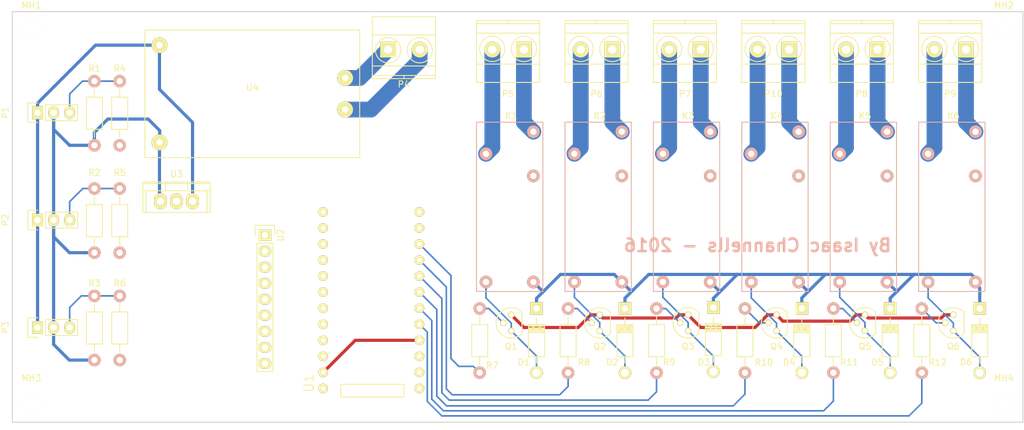
<source format=kicad_pcb>
(kicad_pcb (version 4) (host pcbnew 4.0.4-1.fc24-product)

  (general
    (links 88)
    (no_connects 21)
    (area 66.924999 34.924999 227.075001 100.075001)
    (thickness 1.6)
    (drawings 5)
    (tracks 227)
    (zones 0)
    (modules 48)
    (nets 48)
  )

  (page A4)
  (layers
    (0 F.Cu signal)
    (31 B.Cu signal)
    (32 B.Adhes user)
    (33 F.Adhes user)
    (34 B.Paste user)
    (35 F.Paste user)
    (36 B.SilkS user)
    (37 F.SilkS user)
    (38 B.Mask user)
    (39 F.Mask user)
    (40 Dwgs.User user)
    (41 Cmts.User user)
    (42 Eco1.User user)
    (43 Eco2.User user)
    (44 Edge.Cuts user)
    (45 Margin user)
    (46 B.CrtYd user)
    (47 F.CrtYd user)
    (48 B.Fab user)
    (49 F.Fab user hide)
  )

  (setup
    (last_trace_width 0.25)
    (trace_clearance 0.2)
    (zone_clearance 0.508)
    (zone_45_only no)
    (trace_min 0.2)
    (segment_width 0.2)
    (edge_width 0.15)
    (via_size 0.6)
    (via_drill 0.4)
    (via_min_size 0.4)
    (via_min_drill 0.3)
    (uvia_size 0.3)
    (uvia_drill 0.1)
    (uvias_allowed no)
    (uvia_min_size 0.2)
    (uvia_min_drill 0.1)
    (pcb_text_width 0.3)
    (pcb_text_size 1.5 1.5)
    (mod_edge_width 0.15)
    (mod_text_size 1 1)
    (mod_text_width 0.15)
    (pad_size 3 3)
    (pad_drill 3)
    (pad_to_mask_clearance 0.2)
    (aux_axis_origin 0 0)
    (visible_elements 7FFFFFFF)
    (pcbplotparams
      (layerselection 0x010f0_80000001)
      (usegerberextensions false)
      (excludeedgelayer true)
      (linewidth 0.100000)
      (plotframeref false)
      (viasonmask false)
      (mode 1)
      (useauxorigin false)
      (hpglpennumber 1)
      (hpglpenspeed 20)
      (hpglpendiameter 15)
      (hpglpenoverlay 2)
      (psnegative false)
      (psa4output false)
      (plotreference true)
      (plotvalue true)
      (plotinvisibletext false)
      (padsonsilk false)
      (subtractmaskfromsilk false)
      (outputformat 1)
      (mirror false)
      (drillshape 0)
      (scaleselection 1)
      (outputdirectory ""))
  )

  (net 0 "")
  (net 1 "Net-(D1-Pad2)")
  (net 2 +5V)
  (net 3 "Net-(D2-Pad2)")
  (net 4 "Net-(D3-Pad2)")
  (net 5 "Net-(D4-Pad2)")
  (net 6 "Net-(D5-Pad2)")
  (net 7 "Net-(D6-Pad2)")
  (net 8 "Net-(P1-Pad3)")
  (net 9 GNDREF)
  (net 10 "Net-(P2-Pad3)")
  (net 11 "Net-(P3-Pad3)")
  (net 12 "Net-(K1-Pad14)")
  (net 13 "Net-(K1-Pad11)")
  (net 14 "Net-(K2-Pad14)")
  (net 15 "Net-(K2-Pad11)")
  (net 16 "Net-(K3-Pad14)")
  (net 17 "Net-(K3-Pad11)")
  (net 18 "Net-(K5-Pad14)")
  (net 19 "Net-(K5-Pad11)")
  (net 20 "Net-(K6-Pad14)")
  (net 21 "Net-(K6-Pad11)")
  (net 22 "Net-(K4-Pad14)")
  (net 23 "Net-(K4-Pad11)")
  (net 24 "Net-(Q1-Pad2)")
  (net 25 "Net-(Q2-Pad2)")
  (net 26 "Net-(Q3-Pad2)")
  (net 27 "Net-(Q4-Pad2)")
  (net 28 "Net-(Q5-Pad2)")
  (net 29 "Net-(Q6-Pad2)")
  (net 30 /CH1_IN)
  (net 31 /CH2_IN)
  (net 32 /CH3_IN)
  (net 33 /CH1_OUT)
  (net 34 /CH3_OUT)
  (net 35 /CH5_OUT)
  (net 36 /CH2_OUT)
  (net 37 /CH4_OUT)
  (net 38 /CH6_OUT)
  (net 39 /RST)
  (net 40 /D/C)
  (net 41 /CS)
  (net 42 /MOSI)
  (net 43 /MISO)
  (net 44 /SCLK)
  (net 45 +3V3)
  (net 46 "Net-(P4-Pad1)")
  (net 47 "Net-(P4-Pad2)")

  (net_class Default "This is the default net class."
    (clearance 0.2)
    (trace_width 0.25)
    (via_dia 0.6)
    (via_drill 0.4)
    (uvia_dia 0.3)
    (uvia_drill 0.1)
    (add_net /CH1_IN)
    (add_net /CH1_OUT)
    (add_net /CH2_IN)
    (add_net /CH2_OUT)
    (add_net /CH3_IN)
    (add_net /CH3_OUT)
    (add_net /CH4_OUT)
    (add_net /CH5_OUT)
    (add_net /CH6_OUT)
    (add_net /CS)
    (add_net /D/C)
    (add_net /MISO)
    (add_net /MOSI)
    (add_net /RST)
    (add_net /SCLK)
    (add_net "Net-(D1-Pad2)")
    (add_net "Net-(D2-Pad2)")
    (add_net "Net-(D3-Pad2)")
    (add_net "Net-(D4-Pad2)")
    (add_net "Net-(D5-Pad2)")
    (add_net "Net-(D6-Pad2)")
    (add_net "Net-(P1-Pad3)")
    (add_net "Net-(P2-Pad3)")
    (add_net "Net-(P3-Pad3)")
    (add_net "Net-(Q1-Pad2)")
    (add_net "Net-(Q2-Pad2)")
    (add_net "Net-(Q3-Pad2)")
    (add_net "Net-(Q4-Pad2)")
    (add_net "Net-(Q5-Pad2)")
    (add_net "Net-(Q6-Pad2)")
  )

  (net_class AC ""
    (clearance 1)
    (trace_width 2.5)
    (via_dia 0.6)
    (via_drill 0.4)
    (uvia_dia 0.3)
    (uvia_drill 0.1)
    (add_net "Net-(K1-Pad11)")
    (add_net "Net-(K1-Pad14)")
    (add_net "Net-(K2-Pad11)")
    (add_net "Net-(K2-Pad14)")
    (add_net "Net-(K3-Pad11)")
    (add_net "Net-(K3-Pad14)")
    (add_net "Net-(K4-Pad11)")
    (add_net "Net-(K4-Pad14)")
    (add_net "Net-(K5-Pad11)")
    (add_net "Net-(K5-Pad14)")
    (add_net "Net-(K6-Pad11)")
    (add_net "Net-(K6-Pad14)")
    (add_net "Net-(P4-Pad1)")
    (add_net "Net-(P4-Pad2)")
  )

  (net_class PWR ""
    (clearance 0.2)
    (trace_width 0.5)
    (via_dia 0.6)
    (via_drill 0.4)
    (uvia_dia 0.3)
    (uvia_drill 0.1)
    (add_net +3V3)
    (add_net +5V)
    (add_net GNDREF)
  )

  (module Resistors_ThroughHole:Resistor_Horizontal_RM10mm (layer F.Cu) (tedit 56648415) (tstamp 57A9D3D2)
    (at 80 63 270)
    (descr "Resistor, Axial,  RM 10mm, 1/3W")
    (tags "Resistor Axial RM 10mm 1/3W")
    (path /57A9AFF1)
    (fp_text reference R2 (at -2.5 0 360) (layer F.SilkS)
      (effects (font (size 1 1) (thickness 0.15)))
    )
    (fp_text value 2k2 (at 5.08 3.81 270) (layer F.Fab)
      (effects (font (size 1 1) (thickness 0.15)))
    )
    (fp_line (start -1.25 -1.5) (end 11.4 -1.5) (layer F.CrtYd) (width 0.05))
    (fp_line (start -1.25 1.5) (end -1.25 -1.5) (layer F.CrtYd) (width 0.05))
    (fp_line (start 11.4 -1.5) (end 11.4 1.5) (layer F.CrtYd) (width 0.05))
    (fp_line (start -1.25 1.5) (end 11.4 1.5) (layer F.CrtYd) (width 0.05))
    (fp_line (start 2.54 -1.27) (end 7.62 -1.27) (layer F.SilkS) (width 0.15))
    (fp_line (start 7.62 -1.27) (end 7.62 1.27) (layer F.SilkS) (width 0.15))
    (fp_line (start 7.62 1.27) (end 2.54 1.27) (layer F.SilkS) (width 0.15))
    (fp_line (start 2.54 1.27) (end 2.54 -1.27) (layer F.SilkS) (width 0.15))
    (fp_line (start 2.54 0) (end 1.27 0) (layer F.SilkS) (width 0.15))
    (fp_line (start 7.62 0) (end 8.89 0) (layer F.SilkS) (width 0.15))
    (pad 1 thru_hole circle (at 0 0 270) (size 1.99898 1.99898) (drill 1.00076) (layers *.Cu *.SilkS *.Mask)
      (net 10 "Net-(P2-Pad3)"))
    (pad 2 thru_hole circle (at 10.16 0 270) (size 1.99898 1.99898) (drill 1.00076) (layers *.Cu *.SilkS *.Mask)
      (net 9 GNDREF))
    (model Resistors_ThroughHole.3dshapes/Resistor_Horizontal_RM10mm.wrl
      (at (xyz 0 0 0))
      (scale (xyz 0.4 0.4 0.4))
      (rotate (xyz 0 0 0))
    )
  )

  (module components:ArduProMini-6 (layer F.Cu) (tedit 57AEA1E9) (tstamp 57AEA2F7)
    (at 134 101 180)
    (path /578360F9)
    (fp_text reference U1 (at 20.04 7.17 270) (layer F.SilkS)
      (effects (font (size 1.5 1.5) (thickness 0.15)))
    )
    (fp_text value ARDUPROMINI (at 20.04 13.67 270) (layer F.SilkS) hide
      (effects (font (size 1.5 1.5) (thickness 0.15)))
    )
    (fp_line (start 15 5) (end 5 5) (layer F.SilkS) (width 0.15))
    (fp_line (start 15 6.9) (end 15 5) (layer F.SilkS) (width 0.15))
    (fp_line (start 5 7) (end 15 7) (layer F.SilkS) (width 0.15))
    (fp_line (start 5 5) (end 5 7) (layer F.SilkS) (width 0.15))
    (pad 7 thru_hole circle (at 2.54 6.35 180) (size 1.524 1.524) (drill 0.762) (layers *.Cu *.Mask F.SilkS))
    (pad 8 thru_hole circle (at 2.54 8.89 180) (size 1.524 1.524) (drill 0.762) (layers *.Cu *.Mask F.SilkS))
    (pad 9 thru_hole circle (at 2.54 11.43 180) (size 1.524 1.524) (drill 0.762) (layers *.Cu *.Mask F.SilkS)
      (net 39 /RST))
    (pad 10 thru_hole circle (at 2.54 13.97 180) (size 1.524 1.524) (drill 0.762) (layers *.Cu *.Mask F.SilkS)
      (net 9 GNDREF))
    (pad 11 thru_hole circle (at 2.54 16.51 180) (size 1.524 1.524) (drill 0.762) (layers *.Cu *.Mask F.SilkS)
      (net 38 /CH6_OUT))
    (pad 12 thru_hole circle (at 2.54 19.05 180) (size 1.524 1.524) (drill 0.762) (layers *.Cu *.Mask F.SilkS)
      (net 37 /CH4_OUT))
    (pad 13 thru_hole circle (at 2.54 21.59 180) (size 1.524 1.524) (drill 0.762) (layers *.Cu *.Mask F.SilkS)
      (net 36 /CH2_OUT))
    (pad 14 thru_hole circle (at 2.54 24.13 180) (size 1.524 1.524) (drill 0.762) (layers *.Cu *.Mask F.SilkS)
      (net 35 /CH5_OUT))
    (pad 15 thru_hole circle (at 2.54 26.67 180) (size 1.524 1.524) (drill 0.762) (layers *.Cu *.Mask F.SilkS)
      (net 34 /CH3_OUT))
    (pad 16 thru_hole circle (at 2.54 29.21 180) (size 1.524 1.524) (drill 0.762) (layers *.Cu *.Mask F.SilkS)
      (net 33 /CH1_OUT))
    (pad 17 thru_hole circle (at 2.54 31.75 180) (size 1.524 1.524) (drill 0.762) (layers *.Cu *.Mask F.SilkS))
    (pad 18 thru_hole circle (at 2.54 34.29 180) (size 1.524 1.524) (drill 0.762) (layers *.Cu *.Mask F.SilkS)
      (net 40 /D/C))
    (pad 30 thru_hole circle (at 17.78 6.35 180) (size 1.524 1.524) (drill 0.762) (layers *.Cu *.Mask F.SilkS)
      (net 45 +3V3))
    (pad 29 thru_hole circle (at 17.78 8.89 180) (size 1.524 1.524) (drill 0.762) (layers *.Cu *.Mask F.SilkS)
      (net 9 GNDREF))
    (pad 28 thru_hole circle (at 17.78 11.43 180) (size 1.524 1.524) (drill 0.762) (layers *.Cu *.Mask F.SilkS))
    (pad 27 thru_hole circle (at 17.78 13.97 180) (size 1.524 1.524) (drill 0.762) (layers *.Cu *.Mask F.SilkS))
    (pad 26 thru_hole circle (at 17.78 16.51 180) (size 1.524 1.524) (drill 0.762) (layers *.Cu *.Mask F.SilkS))
    (pad 25 thru_hole circle (at 17.78 19.05 180) (size 1.524 1.524) (drill 0.762) (layers *.Cu *.Mask F.SilkS)
      (net 32 /CH3_IN))
    (pad 24 thru_hole circle (at 17.78 21.59 180) (size 1.524 1.524) (drill 0.762) (layers *.Cu *.Mask F.SilkS)
      (net 31 /CH2_IN))
    (pad 23 thru_hole circle (at 17.78 24.13 180) (size 1.524 1.524) (drill 0.762) (layers *.Cu *.Mask F.SilkS)
      (net 30 /CH1_IN))
    (pad 22 thru_hole circle (at 17.78 26.67 180) (size 1.524 1.524) (drill 0.762) (layers *.Cu *.Mask F.SilkS)
      (net 44 /SCLK))
    (pad 21 thru_hole circle (at 17.78 29.21 180) (size 1.524 1.524) (drill 0.762) (layers *.Cu *.Mask F.SilkS)
      (net 43 /MISO))
    (pad 20 thru_hole circle (at 17.78 31.75 180) (size 1.524 1.524) (drill 0.762) (layers *.Cu *.Mask F.SilkS)
      (net 42 /MOSI))
    (pad 19 thru_hole circle (at 17.78 34.29 180) (size 1.524 1.524) (drill 0.762) (layers *.Cu *.Mask F.SilkS)
      (net 41 /CS))
  )

  (module Mounting_Holes:MountingHole_3mm (layer F.Cu) (tedit 57D202A1) (tstamp 57B47342)
    (at 70 38)
    (descr "Mounting hole, Befestigungsbohrung, 3mm, No Annular, Kein Restring,")
    (tags "Mounting hole, Befestigungsbohrung, 3mm, No Annular, Kein Restring,")
    (fp_text reference MH1 (at 0 -4.0005) (layer F.SilkS)
      (effects (font (size 1 1) (thickness 0.15)))
    )
    (fp_text value MountingHole_3mm (at 1.00076 5.00126) (layer F.Fab)
      (effects (font (size 1 1) (thickness 0.15)))
    )
    (fp_circle (center 0 0) (end 3 0) (layer Cmts.User) (width 0.381))
    (pad "" np_thru_hole circle (at 0 0) (size 3 3) (drill 3) (layers *.Cu *.Mask F.SilkS))
  )

  (module Mounting_Holes:MountingHole_3mm (layer F.Cu) (tedit 57D202B6) (tstamp 57B4733B)
    (at 70 97)
    (descr "Mounting hole, Befestigungsbohrung, 3mm, No Annular, Kein Restring,")
    (tags "Mounting hole, Befestigungsbohrung, 3mm, No Annular, Kein Restring,")
    (fp_text reference MH3 (at 0 -4.0005) (layer F.SilkS)
      (effects (font (size 1 1) (thickness 0.15)))
    )
    (fp_text value MountingHole_3mm (at 1.00076 5.00126) (layer F.Fab)
      (effects (font (size 1 1) (thickness 0.15)))
    )
    (fp_circle (center 0 0) (end 3 0) (layer Cmts.User) (width 0.381))
    (pad "" np_thru_hole circle (at 0 0) (size 3 3) (drill 3) (layers *.Cu *.Mask F.SilkS))
  )

  (module Mounting_Holes:MountingHole_3mm (layer F.Cu) (tedit 57D202A9) (tstamp 57B47334)
    (at 224 97)
    (descr "Mounting hole, Befestigungsbohrung, 3mm, No Annular, Kein Restring,")
    (tags "Mounting hole, Befestigungsbohrung, 3mm, No Annular, Kein Restring,")
    (fp_text reference MH4 (at 0 -4.0005) (layer F.SilkS)
      (effects (font (size 1 1) (thickness 0.15)))
    )
    (fp_text value MountingHole_3mm (at 1.00076 5.00126) (layer F.Fab)
      (effects (font (size 1 1) (thickness 0.15)))
    )
    (fp_circle (center 0 0) (end 3 0) (layer Cmts.User) (width 0.381))
    (pad "" np_thru_hole circle (at 0 0) (size 3 3) (drill 3) (layers *.Cu *.Mask F.SilkS))
  )

  (module Resistors_ThroughHole:Resistor_Horizontal_RM10mm (layer F.Cu) (tedit 56648415) (tstamp 57A9D442)
    (at 169 82 270)
    (descr "Resistor, Axial,  RM 10mm, 1/3W")
    (tags "Resistor Axial RM 10mm 1/3W")
    (path /57A87318)
    (fp_text reference R9 (at 8.5 -2 360) (layer F.SilkS)
      (effects (font (size 1 1) (thickness 0.15)))
    )
    (fp_text value 1k (at 5.08 3.81 270) (layer F.Fab)
      (effects (font (size 1 1) (thickness 0.15)))
    )
    (fp_line (start -1.25 -1.5) (end 11.4 -1.5) (layer F.CrtYd) (width 0.05))
    (fp_line (start -1.25 1.5) (end -1.25 -1.5) (layer F.CrtYd) (width 0.05))
    (fp_line (start 11.4 -1.5) (end 11.4 1.5) (layer F.CrtYd) (width 0.05))
    (fp_line (start -1.25 1.5) (end 11.4 1.5) (layer F.CrtYd) (width 0.05))
    (fp_line (start 2.54 -1.27) (end 7.62 -1.27) (layer F.SilkS) (width 0.15))
    (fp_line (start 7.62 -1.27) (end 7.62 1.27) (layer F.SilkS) (width 0.15))
    (fp_line (start 7.62 1.27) (end 2.54 1.27) (layer F.SilkS) (width 0.15))
    (fp_line (start 2.54 1.27) (end 2.54 -1.27) (layer F.SilkS) (width 0.15))
    (fp_line (start 2.54 0) (end 1.27 0) (layer F.SilkS) (width 0.15))
    (fp_line (start 7.62 0) (end 8.89 0) (layer F.SilkS) (width 0.15))
    (pad 1 thru_hole circle (at 0 0 270) (size 1.99898 1.99898) (drill 1.00076) (layers *.Cu *.SilkS *.Mask)
      (net 26 "Net-(Q3-Pad2)"))
    (pad 2 thru_hole circle (at 10.16 0 270) (size 1.99898 1.99898) (drill 1.00076) (layers *.Cu *.SilkS *.Mask)
      (net 35 /CH5_OUT))
    (model Resistors_ThroughHole.3dshapes/Resistor_Horizontal_RM10mm.wrl
      (at (xyz 0.2 0 0))
      (scale (xyz 0.4 0.4 0.4))
      (rotate (xyz 0 0 0))
    )
  )

  (module Diodes_ThroughHole:Diode_DO-41_SOD81_Horizontal_RM10 (layer F.Cu) (tedit 552FFCCE) (tstamp 57A9D217)
    (at 149.99746 82 270)
    (descr "Diode, DO-41, SOD81, Horizontal, RM 10mm,")
    (tags "Diode, DO-41, SOD81, Horizontal, RM 10mm, 1N4007, SB140,")
    (path /577B7E76)
    (fp_text reference D1 (at 8.5 1.99746 360) (layer F.SilkS)
      (effects (font (size 1 1) (thickness 0.15)))
    )
    (fp_text value D_Small (at 4.37134 -3.55854 270) (layer F.Fab)
      (effects (font (size 1 1) (thickness 0.15)))
    )
    (fp_line (start 7.62 -0.00254) (end 8.636 -0.00254) (layer F.SilkS) (width 0.15))
    (fp_line (start 2.794 -0.00254) (end 1.524 -0.00254) (layer F.SilkS) (width 0.15))
    (fp_line (start 3.048 -1.27254) (end 3.048 1.26746) (layer F.SilkS) (width 0.15))
    (fp_line (start 3.302 -1.27254) (end 3.302 1.26746) (layer F.SilkS) (width 0.15))
    (fp_line (start 3.556 -1.27254) (end 3.556 1.26746) (layer F.SilkS) (width 0.15))
    (fp_line (start 2.794 -1.27254) (end 2.794 1.26746) (layer F.SilkS) (width 0.15))
    (fp_line (start 3.81 -1.27254) (end 2.54 1.26746) (layer F.SilkS) (width 0.15))
    (fp_line (start 2.54 -1.27254) (end 3.81 1.26746) (layer F.SilkS) (width 0.15))
    (fp_line (start 3.81 -1.27254) (end 3.81 1.26746) (layer F.SilkS) (width 0.15))
    (fp_line (start 3.175 -1.27254) (end 3.175 1.26746) (layer F.SilkS) (width 0.15))
    (fp_line (start 2.54 1.26746) (end 2.54 -1.27254) (layer F.SilkS) (width 0.15))
    (fp_line (start 2.54 -1.27254) (end 7.62 -1.27254) (layer F.SilkS) (width 0.15))
    (fp_line (start 7.62 -1.27254) (end 7.62 1.26746) (layer F.SilkS) (width 0.15))
    (fp_line (start 7.62 1.26746) (end 2.54 1.26746) (layer F.SilkS) (width 0.15))
    (pad 2 thru_hole circle (at 10.16 -0.00254 90) (size 1.99898 1.99898) (drill 1.27) (layers *.Cu *.Mask F.SilkS)
      (net 1 "Net-(D1-Pad2)"))
    (pad 1 thru_hole rect (at 0 -0.00254 90) (size 1.99898 1.99898) (drill 1.00076) (layers *.Cu *.Mask F.SilkS)
      (net 2 +5V))
  )

  (module Diodes_ThroughHole:Diode_DO-41_SOD81_Horizontal_RM10 (layer F.Cu) (tedit 552FFCCE) (tstamp 57A9D22B)
    (at 163.99746 82.00254 270)
    (descr "Diode, DO-41, SOD81, Horizontal, RM 10mm,")
    (tags "Diode, DO-41, SOD81, Horizontal, RM 10mm, 1N4007, SB140,")
    (path /577B7F4A)
    (fp_text reference D2 (at 8.49746 1.99746 360) (layer F.SilkS)
      (effects (font (size 1 1) (thickness 0.15)))
    )
    (fp_text value D_Small (at 4.37134 -3.55854 270) (layer F.Fab)
      (effects (font (size 1 1) (thickness 0.15)))
    )
    (fp_line (start 7.62 -0.00254) (end 8.636 -0.00254) (layer F.SilkS) (width 0.15))
    (fp_line (start 2.794 -0.00254) (end 1.524 -0.00254) (layer F.SilkS) (width 0.15))
    (fp_line (start 3.048 -1.27254) (end 3.048 1.26746) (layer F.SilkS) (width 0.15))
    (fp_line (start 3.302 -1.27254) (end 3.302 1.26746) (layer F.SilkS) (width 0.15))
    (fp_line (start 3.556 -1.27254) (end 3.556 1.26746) (layer F.SilkS) (width 0.15))
    (fp_line (start 2.794 -1.27254) (end 2.794 1.26746) (layer F.SilkS) (width 0.15))
    (fp_line (start 3.81 -1.27254) (end 2.54 1.26746) (layer F.SilkS) (width 0.15))
    (fp_line (start 2.54 -1.27254) (end 3.81 1.26746) (layer F.SilkS) (width 0.15))
    (fp_line (start 3.81 -1.27254) (end 3.81 1.26746) (layer F.SilkS) (width 0.15))
    (fp_line (start 3.175 -1.27254) (end 3.175 1.26746) (layer F.SilkS) (width 0.15))
    (fp_line (start 2.54 1.26746) (end 2.54 -1.27254) (layer F.SilkS) (width 0.15))
    (fp_line (start 2.54 -1.27254) (end 7.62 -1.27254) (layer F.SilkS) (width 0.15))
    (fp_line (start 7.62 -1.27254) (end 7.62 1.26746) (layer F.SilkS) (width 0.15))
    (fp_line (start 7.62 1.26746) (end 2.54 1.26746) (layer F.SilkS) (width 0.15))
    (pad 2 thru_hole circle (at 10.16 -0.00254 90) (size 1.99898 1.99898) (drill 1.27) (layers *.Cu *.Mask F.SilkS)
      (net 3 "Net-(D2-Pad2)"))
    (pad 1 thru_hole rect (at 0 -0.00254 90) (size 1.99898 1.99898) (drill 1.00076) (layers *.Cu *.Mask F.SilkS)
      (net 2 +5V))
  )

  (module Diodes_ThroughHole:Diode_DO-41_SOD81_Horizontal_RM10 (layer F.Cu) (tedit 552FFCCE) (tstamp 57A9D23F)
    (at 178 81.84 270)
    (descr "Diode, DO-41, SOD81, Horizontal, RM 10mm,")
    (tags "Diode, DO-41, SOD81, Horizontal, RM 10mm, 1N4007, SB140,")
    (path /57A8732A)
    (fp_text reference D3 (at 8.66 1.5 360) (layer F.SilkS)
      (effects (font (size 1 1) (thickness 0.15)))
    )
    (fp_text value D_Small (at 4.37134 -3.55854 270) (layer F.Fab)
      (effects (font (size 1 1) (thickness 0.15)))
    )
    (fp_line (start 7.62 -0.00254) (end 8.636 -0.00254) (layer F.SilkS) (width 0.15))
    (fp_line (start 2.794 -0.00254) (end 1.524 -0.00254) (layer F.SilkS) (width 0.15))
    (fp_line (start 3.048 -1.27254) (end 3.048 1.26746) (layer F.SilkS) (width 0.15))
    (fp_line (start 3.302 -1.27254) (end 3.302 1.26746) (layer F.SilkS) (width 0.15))
    (fp_line (start 3.556 -1.27254) (end 3.556 1.26746) (layer F.SilkS) (width 0.15))
    (fp_line (start 2.794 -1.27254) (end 2.794 1.26746) (layer F.SilkS) (width 0.15))
    (fp_line (start 3.81 -1.27254) (end 2.54 1.26746) (layer F.SilkS) (width 0.15))
    (fp_line (start 2.54 -1.27254) (end 3.81 1.26746) (layer F.SilkS) (width 0.15))
    (fp_line (start 3.81 -1.27254) (end 3.81 1.26746) (layer F.SilkS) (width 0.15))
    (fp_line (start 3.175 -1.27254) (end 3.175 1.26746) (layer F.SilkS) (width 0.15))
    (fp_line (start 2.54 1.26746) (end 2.54 -1.27254) (layer F.SilkS) (width 0.15))
    (fp_line (start 2.54 -1.27254) (end 7.62 -1.27254) (layer F.SilkS) (width 0.15))
    (fp_line (start 7.62 -1.27254) (end 7.62 1.26746) (layer F.SilkS) (width 0.15))
    (fp_line (start 7.62 1.26746) (end 2.54 1.26746) (layer F.SilkS) (width 0.15))
    (pad 2 thru_hole circle (at 10.16 -0.00254 90) (size 1.99898 1.99898) (drill 1.27) (layers *.Cu *.Mask F.SilkS)
      (net 4 "Net-(D3-Pad2)"))
    (pad 1 thru_hole rect (at 0 -0.00254 90) (size 1.99898 1.99898) (drill 1.00076) (layers *.Cu *.Mask F.SilkS)
      (net 2 +5V))
  )

  (module Diodes_ThroughHole:Diode_DO-41_SOD81_Horizontal_RM10 (layer F.Cu) (tedit 552FFCCE) (tstamp 57A9D253)
    (at 192 82 270)
    (descr "Diode, DO-41, SOD81, Horizontal, RM 10mm,")
    (tags "Diode, DO-41, SOD81, Horizontal, RM 10mm, 1N4007, SB140,")
    (path /577B7EEC)
    (fp_text reference D4 (at 8.5 2 360) (layer F.SilkS)
      (effects (font (size 1 1) (thickness 0.15)))
    )
    (fp_text value D_Small (at 4.37134 -3.55854 270) (layer F.Fab)
      (effects (font (size 1 1) (thickness 0.15)))
    )
    (fp_line (start 7.62 -0.00254) (end 8.636 -0.00254) (layer F.SilkS) (width 0.15))
    (fp_line (start 2.794 -0.00254) (end 1.524 -0.00254) (layer F.SilkS) (width 0.15))
    (fp_line (start 3.048 -1.27254) (end 3.048 1.26746) (layer F.SilkS) (width 0.15))
    (fp_line (start 3.302 -1.27254) (end 3.302 1.26746) (layer F.SilkS) (width 0.15))
    (fp_line (start 3.556 -1.27254) (end 3.556 1.26746) (layer F.SilkS) (width 0.15))
    (fp_line (start 2.794 -1.27254) (end 2.794 1.26746) (layer F.SilkS) (width 0.15))
    (fp_line (start 3.81 -1.27254) (end 2.54 1.26746) (layer F.SilkS) (width 0.15))
    (fp_line (start 2.54 -1.27254) (end 3.81 1.26746) (layer F.SilkS) (width 0.15))
    (fp_line (start 3.81 -1.27254) (end 3.81 1.26746) (layer F.SilkS) (width 0.15))
    (fp_line (start 3.175 -1.27254) (end 3.175 1.26746) (layer F.SilkS) (width 0.15))
    (fp_line (start 2.54 1.26746) (end 2.54 -1.27254) (layer F.SilkS) (width 0.15))
    (fp_line (start 2.54 -1.27254) (end 7.62 -1.27254) (layer F.SilkS) (width 0.15))
    (fp_line (start 7.62 -1.27254) (end 7.62 1.26746) (layer F.SilkS) (width 0.15))
    (fp_line (start 7.62 1.26746) (end 2.54 1.26746) (layer F.SilkS) (width 0.15))
    (pad 2 thru_hole circle (at 10.16 -0.00254 90) (size 1.99898 1.99898) (drill 1.27) (layers *.Cu *.Mask F.SilkS)
      (net 5 "Net-(D4-Pad2)"))
    (pad 1 thru_hole rect (at 0 -0.00254 90) (size 1.99898 1.99898) (drill 1.00076) (layers *.Cu *.Mask F.SilkS)
      (net 2 +5V))
    (model Diodes_ThroughHole.3dshapes/Diode_DO-35_SOD27_Horizontal_RM10.wrl
      (at (xyz 0.2 0 0))
      (scale (xyz 0.4 0.4 0.4))
      (rotate (xyz 0 0 0))
    )
  )

  (module Diodes_ThroughHole:Diode_DO-41_SOD81_Horizontal_RM10 (layer F.Cu) (tedit 552FFCCE) (tstamp 57A9D267)
    (at 205.99746 82 270)
    (descr "Diode, DO-41, SOD81, Horizontal, RM 10mm,")
    (tags "Diode, DO-41, SOD81, Horizontal, RM 10mm, 1N4007, SB140,")
    (path /57A87324)
    (fp_text reference D5 (at 8.5 1.99746 360) (layer F.SilkS)
      (effects (font (size 1 1) (thickness 0.15)))
    )
    (fp_text value D_Small (at 4.37134 -3.55854 270) (layer F.Fab)
      (effects (font (size 1 1) (thickness 0.15)))
    )
    (fp_line (start 7.62 -0.00254) (end 8.636 -0.00254) (layer F.SilkS) (width 0.15))
    (fp_line (start 2.794 -0.00254) (end 1.524 -0.00254) (layer F.SilkS) (width 0.15))
    (fp_line (start 3.048 -1.27254) (end 3.048 1.26746) (layer F.SilkS) (width 0.15))
    (fp_line (start 3.302 -1.27254) (end 3.302 1.26746) (layer F.SilkS) (width 0.15))
    (fp_line (start 3.556 -1.27254) (end 3.556 1.26746) (layer F.SilkS) (width 0.15))
    (fp_line (start 2.794 -1.27254) (end 2.794 1.26746) (layer F.SilkS) (width 0.15))
    (fp_line (start 3.81 -1.27254) (end 2.54 1.26746) (layer F.SilkS) (width 0.15))
    (fp_line (start 2.54 -1.27254) (end 3.81 1.26746) (layer F.SilkS) (width 0.15))
    (fp_line (start 3.81 -1.27254) (end 3.81 1.26746) (layer F.SilkS) (width 0.15))
    (fp_line (start 3.175 -1.27254) (end 3.175 1.26746) (layer F.SilkS) (width 0.15))
    (fp_line (start 2.54 1.26746) (end 2.54 -1.27254) (layer F.SilkS) (width 0.15))
    (fp_line (start 2.54 -1.27254) (end 7.62 -1.27254) (layer F.SilkS) (width 0.15))
    (fp_line (start 7.62 -1.27254) (end 7.62 1.26746) (layer F.SilkS) (width 0.15))
    (fp_line (start 7.62 1.26746) (end 2.54 1.26746) (layer F.SilkS) (width 0.15))
    (pad 2 thru_hole circle (at 10.16 -0.00254 90) (size 1.99898 1.99898) (drill 1.27) (layers *.Cu *.Mask F.SilkS)
      (net 6 "Net-(D5-Pad2)"))
    (pad 1 thru_hole rect (at 0 -0.00254 90) (size 1.99898 1.99898) (drill 1.00076) (layers *.Cu *.Mask F.SilkS)
      (net 2 +5V))
  )

  (module Diodes_ThroughHole:Diode_DO-41_SOD81_Horizontal_RM10 (layer F.Cu) (tedit 552FFCCE) (tstamp 57A9D27B)
    (at 220.17 82 270)
    (descr "Diode, DO-41, SOD81, Horizontal, RM 10mm,")
    (tags "Diode, DO-41, SOD81, Horizontal, RM 10mm, 1N4007, SB140,")
    (path /57A87330)
    (fp_text reference D6 (at 8.5 2.17 360) (layer F.SilkS)
      (effects (font (size 1 1) (thickness 0.15)))
    )
    (fp_text value D_Small (at 4.37134 -3.55854 270) (layer F.Fab)
      (effects (font (size 1 1) (thickness 0.15)))
    )
    (fp_line (start 7.62 -0.00254) (end 8.636 -0.00254) (layer F.SilkS) (width 0.15))
    (fp_line (start 2.794 -0.00254) (end 1.524 -0.00254) (layer F.SilkS) (width 0.15))
    (fp_line (start 3.048 -1.27254) (end 3.048 1.26746) (layer F.SilkS) (width 0.15))
    (fp_line (start 3.302 -1.27254) (end 3.302 1.26746) (layer F.SilkS) (width 0.15))
    (fp_line (start 3.556 -1.27254) (end 3.556 1.26746) (layer F.SilkS) (width 0.15))
    (fp_line (start 2.794 -1.27254) (end 2.794 1.26746) (layer F.SilkS) (width 0.15))
    (fp_line (start 3.81 -1.27254) (end 2.54 1.26746) (layer F.SilkS) (width 0.15))
    (fp_line (start 2.54 -1.27254) (end 3.81 1.26746) (layer F.SilkS) (width 0.15))
    (fp_line (start 3.81 -1.27254) (end 3.81 1.26746) (layer F.SilkS) (width 0.15))
    (fp_line (start 3.175 -1.27254) (end 3.175 1.26746) (layer F.SilkS) (width 0.15))
    (fp_line (start 2.54 1.26746) (end 2.54 -1.27254) (layer F.SilkS) (width 0.15))
    (fp_line (start 2.54 -1.27254) (end 7.62 -1.27254) (layer F.SilkS) (width 0.15))
    (fp_line (start 7.62 -1.27254) (end 7.62 1.26746) (layer F.SilkS) (width 0.15))
    (fp_line (start 7.62 1.26746) (end 2.54 1.26746) (layer F.SilkS) (width 0.15))
    (pad 2 thru_hole circle (at 10.16 -0.00254 90) (size 1.99898 1.99898) (drill 1.27) (layers *.Cu *.Mask F.SilkS)
      (net 7 "Net-(D6-Pad2)"))
    (pad 1 thru_hole rect (at 0 -0.00254 90) (size 1.99898 1.99898) (drill 1.00076) (layers *.Cu *.Mask F.SilkS)
      (net 2 +5V))
  )

  (module Terminal_Blocks:TerminalBlock_Pheonix_MKDS1.5-2pol (layer F.Cu) (tedit 563007E4) (tstamp 57A9D2D4)
    (at 126.5 41)
    (descr "2-way 5mm pitch terminal block, Phoenix MKDS series")
    (path /57A8DFC3)
    (fp_text reference P4 (at 2.5 5.5 180) (layer F.SilkS)
      (effects (font (size 1 1) (thickness 0.15)))
    )
    (fp_text value CONN_01X02 (at 2.5 -6.6) (layer F.Fab)
      (effects (font (size 1 1) (thickness 0.15)))
    )
    (fp_line (start -2.7 -5.4) (end 7.7 -5.4) (layer F.CrtYd) (width 0.05))
    (fp_line (start -2.7 4.8) (end -2.7 -5.4) (layer F.CrtYd) (width 0.05))
    (fp_line (start 7.7 4.8) (end -2.7 4.8) (layer F.CrtYd) (width 0.05))
    (fp_line (start 7.7 -5.4) (end 7.7 4.8) (layer F.CrtYd) (width 0.05))
    (fp_line (start 2.5 4.1) (end 2.5 4.6) (layer F.SilkS) (width 0.15))
    (fp_circle (center 5 0.1) (end 3 0.1) (layer F.SilkS) (width 0.15))
    (fp_circle (center 0 0.1) (end 2 0.1) (layer F.SilkS) (width 0.15))
    (fp_line (start -2.5 2.6) (end 7.5 2.6) (layer F.SilkS) (width 0.15))
    (fp_line (start -2.5 -2.3) (end 7.5 -2.3) (layer F.SilkS) (width 0.15))
    (fp_line (start -2.5 4.1) (end 7.5 4.1) (layer F.SilkS) (width 0.15))
    (fp_line (start -2.5 4.6) (end 7.5 4.6) (layer F.SilkS) (width 0.15))
    (fp_line (start 7.5 4.6) (end 7.5 -5.2) (layer F.SilkS) (width 0.15))
    (fp_line (start 7.5 -5.2) (end -2.5 -5.2) (layer F.SilkS) (width 0.15))
    (fp_line (start -2.5 -5.2) (end -2.5 4.6) (layer F.SilkS) (width 0.15))
    (pad 1 thru_hole rect (at 0 0) (size 2.5 2.5) (drill 1.3) (layers *.Cu *.Mask F.SilkS)
      (net 46 "Net-(P4-Pad1)"))
    (pad 2 thru_hole circle (at 5 0) (size 2.5 2.5) (drill 1.3) (layers *.Cu *.Mask F.SilkS)
      (net 47 "Net-(P4-Pad2)"))
    (model Terminal_Blocks.3dshapes/TerminalBlock_Pheonix_MKDS1.5-2pol.wrl
      (at (xyz 0.0984 0 0))
      (scale (xyz 1 1 1))
      (rotate (xyz 0 0 180))
    )
  )

  (module TO_SOT_Packages_THT:TO-92_Molded_Narrow (layer F.Cu) (tedit 54F242E1) (tstamp 57A9D36C)
    (at 146 85.54 90)
    (descr "TO-92 leads molded, narrow, drill 0.6mm (see NXP sot054_po.pdf)")
    (tags "to-92 sc-43 sc-43a sot54 PA33 transistor")
    (path /57AA8B04)
    (fp_text reference Q1 (at -2.46 0 180) (layer F.SilkS)
      (effects (font (size 1 1) (thickness 0.15)))
    )
    (fp_text value Q_NPN_CBE (at 0 3 90) (layer F.Fab)
      (effects (font (size 1 1) (thickness 0.15)))
    )
    (fp_line (start -1.4 1.95) (end -1.4 -2.65) (layer F.CrtYd) (width 0.05))
    (fp_line (start -1.4 1.95) (end 3.9 1.95) (layer F.CrtYd) (width 0.05))
    (fp_line (start -0.43 1.7) (end 2.97 1.7) (layer F.SilkS) (width 0.15))
    (fp_arc (start 1.27 0) (end 1.27 -2.4) (angle -135) (layer F.SilkS) (width 0.15))
    (fp_arc (start 1.27 0) (end 1.27 -2.4) (angle 135) (layer F.SilkS) (width 0.15))
    (fp_line (start -1.4 -2.65) (end 3.9 -2.65) (layer F.CrtYd) (width 0.05))
    (fp_line (start 3.9 1.95) (end 3.9 -2.65) (layer F.CrtYd) (width 0.05))
    (pad 2 thru_hole circle (at 1.27 -1.27 180) (size 1.00076 1.00076) (drill 0.6) (layers *.Cu *.Mask F.SilkS)
      (net 24 "Net-(Q1-Pad2)"))
    (pad 3 thru_hole circle (at 2.54 0 180) (size 1.00076 1.00076) (drill 0.6) (layers *.Cu *.Mask F.SilkS)
      (net 9 GNDREF))
    (pad 1 thru_hole circle (at 0 0 180) (size 1.00076 1.00076) (drill 0.6) (layers *.Cu *.Mask F.SilkS)
      (net 1 "Net-(D1-Pad2)"))
    (model TO_SOT_Packages_THT.3dshapes/TO-92_Molded_Narrow.wrl
      (at (xyz 0.05 0 0))
      (scale (xyz 1 1 1))
      (rotate (xyz 0 0 -90))
    )
  )

  (module TO_SOT_Packages_THT:TO-92_Molded_Narrow (layer F.Cu) (tedit 54F242E1) (tstamp 57A9D37A)
    (at 160 85.54 90)
    (descr "TO-92 leads molded, narrow, drill 0.6mm (see NXP sot054_po.pdf)")
    (tags "to-92 sc-43 sc-43a sot54 PA33 transistor")
    (path /57AA7792)
    (fp_text reference Q2 (at -2.46 0 180) (layer F.SilkS)
      (effects (font (size 1 1) (thickness 0.15)))
    )
    (fp_text value Q_NPN_CBE (at 0 3 90) (layer F.Fab)
      (effects (font (size 1 1) (thickness 0.15)))
    )
    (fp_line (start -1.4 1.95) (end -1.4 -2.65) (layer F.CrtYd) (width 0.05))
    (fp_line (start -1.4 1.95) (end 3.9 1.95) (layer F.CrtYd) (width 0.05))
    (fp_line (start -0.43 1.7) (end 2.97 1.7) (layer F.SilkS) (width 0.15))
    (fp_arc (start 1.27 0) (end 1.27 -2.4) (angle -135) (layer F.SilkS) (width 0.15))
    (fp_arc (start 1.27 0) (end 1.27 -2.4) (angle 135) (layer F.SilkS) (width 0.15))
    (fp_line (start -1.4 -2.65) (end 3.9 -2.65) (layer F.CrtYd) (width 0.05))
    (fp_line (start 3.9 1.95) (end 3.9 -2.65) (layer F.CrtYd) (width 0.05))
    (pad 2 thru_hole circle (at 1.27 -1.27 180) (size 1.00076 1.00076) (drill 0.6) (layers *.Cu *.Mask F.SilkS)
      (net 25 "Net-(Q2-Pad2)"))
    (pad 3 thru_hole circle (at 2.54 0 180) (size 1.00076 1.00076) (drill 0.6) (layers *.Cu *.Mask F.SilkS)
      (net 9 GNDREF))
    (pad 1 thru_hole circle (at 0 0 180) (size 1.00076 1.00076) (drill 0.6) (layers *.Cu *.Mask F.SilkS)
      (net 3 "Net-(D2-Pad2)"))
    (model TO_SOT_Packages_THT.3dshapes/TO-92_Molded_Narrow.wrl
      (at (xyz 0.05 0 0))
      (scale (xyz 1 1 1))
      (rotate (xyz 0 0 -90))
    )
  )

  (module TO_SOT_Packages_THT:TO-92_Molded_Narrow (layer F.Cu) (tedit 54F242E1) (tstamp 57A9D388)
    (at 174 85.54 90)
    (descr "TO-92 leads molded, narrow, drill 0.6mm (see NXP sot054_po.pdf)")
    (tags "to-92 sc-43 sc-43a sot54 PA33 transistor")
    (path /57AA7B60)
    (fp_text reference Q3 (at -2.46 0 180) (layer F.SilkS)
      (effects (font (size 1 1) (thickness 0.15)))
    )
    (fp_text value Q_NPN_CBE (at 0 3 90) (layer F.Fab)
      (effects (font (size 1 1) (thickness 0.15)))
    )
    (fp_line (start -1.4 1.95) (end -1.4 -2.65) (layer F.CrtYd) (width 0.05))
    (fp_line (start -1.4 1.95) (end 3.9 1.95) (layer F.CrtYd) (width 0.05))
    (fp_line (start -0.43 1.7) (end 2.97 1.7) (layer F.SilkS) (width 0.15))
    (fp_arc (start 1.27 0) (end 1.27 -2.4) (angle -135) (layer F.SilkS) (width 0.15))
    (fp_arc (start 1.27 0) (end 1.27 -2.4) (angle 135) (layer F.SilkS) (width 0.15))
    (fp_line (start -1.4 -2.65) (end 3.9 -2.65) (layer F.CrtYd) (width 0.05))
    (fp_line (start 3.9 1.95) (end 3.9 -2.65) (layer F.CrtYd) (width 0.05))
    (pad 2 thru_hole circle (at 1.27 -1.27 180) (size 1.00076 1.00076) (drill 0.6) (layers *.Cu *.Mask F.SilkS)
      (net 26 "Net-(Q3-Pad2)"))
    (pad 3 thru_hole circle (at 2.54 0 180) (size 1.00076 1.00076) (drill 0.6) (layers *.Cu *.Mask F.SilkS)
      (net 9 GNDREF))
    (pad 1 thru_hole circle (at 0 0 180) (size 1.00076 1.00076) (drill 0.6) (layers *.Cu *.Mask F.SilkS)
      (net 4 "Net-(D3-Pad2)"))
    (model TO_SOT_Packages_THT.3dshapes/TO-92_Molded_Narrow.wrl
      (at (xyz 0.05 0 0))
      (scale (xyz 1 1 1))
      (rotate (xyz 0 0 -90))
    )
  )

  (module TO_SOT_Packages_THT:TO-92_Molded_Narrow (layer F.Cu) (tedit 54F242E1) (tstamp 57A9D396)
    (at 188 85.54 90)
    (descr "TO-92 leads molded, narrow, drill 0.6mm (see NXP sot054_po.pdf)")
    (tags "to-92 sc-43 sc-43a sot54 PA33 transistor")
    (path /57AA8BD5)
    (fp_text reference Q4 (at -2.46 0 180) (layer F.SilkS)
      (effects (font (size 1 1) (thickness 0.15)))
    )
    (fp_text value Q_NPN_CBE (at 0 3 90) (layer F.Fab)
      (effects (font (size 1 1) (thickness 0.15)))
    )
    (fp_line (start -1.4 1.95) (end -1.4 -2.65) (layer F.CrtYd) (width 0.05))
    (fp_line (start -1.4 1.95) (end 3.9 1.95) (layer F.CrtYd) (width 0.05))
    (fp_line (start -0.43 1.7) (end 2.97 1.7) (layer F.SilkS) (width 0.15))
    (fp_arc (start 1.27 0) (end 1.27 -2.4) (angle -135) (layer F.SilkS) (width 0.15))
    (fp_arc (start 1.27 0) (end 1.27 -2.4) (angle 135) (layer F.SilkS) (width 0.15))
    (fp_line (start -1.4 -2.65) (end 3.9 -2.65) (layer F.CrtYd) (width 0.05))
    (fp_line (start 3.9 1.95) (end 3.9 -2.65) (layer F.CrtYd) (width 0.05))
    (pad 2 thru_hole circle (at 1.27 -1.27 180) (size 1.00076 1.00076) (drill 0.6) (layers *.Cu *.Mask F.SilkS)
      (net 27 "Net-(Q4-Pad2)"))
    (pad 3 thru_hole circle (at 2.54 0 180) (size 1.00076 1.00076) (drill 0.6) (layers *.Cu *.Mask F.SilkS)
      (net 9 GNDREF))
    (pad 1 thru_hole circle (at 0 0 180) (size 1.00076 1.00076) (drill 0.6) (layers *.Cu *.Mask F.SilkS)
      (net 5 "Net-(D4-Pad2)"))
    (model TO_SOT_Packages_THT.3dshapes/TO-92_Molded_Narrow.wrl
      (at (xyz 0.05 0 0))
      (scale (xyz 1 1 1))
      (rotate (xyz 0 0 -90))
    )
  )

  (module TO_SOT_Packages_THT:TO-92_Molded_Narrow (layer F.Cu) (tedit 54F242E1) (tstamp 57A9D3A4)
    (at 202 85.54 90)
    (descr "TO-92 leads molded, narrow, drill 0.6mm (see NXP sot054_po.pdf)")
    (tags "to-92 sc-43 sc-43a sot54 PA33 transistor")
    (path /57AA7CE9)
    (fp_text reference Q5 (at -2.46 0 180) (layer F.SilkS)
      (effects (font (size 1 1) (thickness 0.15)))
    )
    (fp_text value Q_NPN_CBE (at 0 3 90) (layer F.Fab)
      (effects (font (size 1 1) (thickness 0.15)))
    )
    (fp_line (start -1.4 1.95) (end -1.4 -2.65) (layer F.CrtYd) (width 0.05))
    (fp_line (start -1.4 1.95) (end 3.9 1.95) (layer F.CrtYd) (width 0.05))
    (fp_line (start -0.43 1.7) (end 2.97 1.7) (layer F.SilkS) (width 0.15))
    (fp_arc (start 1.27 0) (end 1.27 -2.4) (angle -135) (layer F.SilkS) (width 0.15))
    (fp_arc (start 1.27 0) (end 1.27 -2.4) (angle 135) (layer F.SilkS) (width 0.15))
    (fp_line (start -1.4 -2.65) (end 3.9 -2.65) (layer F.CrtYd) (width 0.05))
    (fp_line (start 3.9 1.95) (end 3.9 -2.65) (layer F.CrtYd) (width 0.05))
    (pad 2 thru_hole circle (at 1.27 -1.27 180) (size 1.00076 1.00076) (drill 0.6) (layers *.Cu *.Mask F.SilkS)
      (net 28 "Net-(Q5-Pad2)"))
    (pad 3 thru_hole circle (at 2.54 0 180) (size 1.00076 1.00076) (drill 0.6) (layers *.Cu *.Mask F.SilkS)
      (net 9 GNDREF))
    (pad 1 thru_hole circle (at 0 0 180) (size 1.00076 1.00076) (drill 0.6) (layers *.Cu *.Mask F.SilkS)
      (net 6 "Net-(D5-Pad2)"))
    (model TO_SOT_Packages_THT.3dshapes/TO-92_Molded_Narrow.wrl
      (at (xyz 0.05 0 0))
      (scale (xyz 1 1 1))
      (rotate (xyz 0 0 -90))
    )
  )

  (module TO_SOT_Packages_THT:TO-92_Molded_Narrow (layer F.Cu) (tedit 54F242E1) (tstamp 57A9D3B2)
    (at 216 85.54 90)
    (descr "TO-92 leads molded, narrow, drill 0.6mm (see NXP sot054_po.pdf)")
    (tags "to-92 sc-43 sc-43a sot54 PA33 transistor")
    (path /57AA7C26)
    (fp_text reference Q6 (at -2.46 0 180) (layer F.SilkS)
      (effects (font (size 1 1) (thickness 0.15)))
    )
    (fp_text value Q_NPN_CBE (at 0 3 90) (layer F.Fab)
      (effects (font (size 1 1) (thickness 0.15)))
    )
    (fp_line (start -1.4 1.95) (end -1.4 -2.65) (layer F.CrtYd) (width 0.05))
    (fp_line (start -1.4 1.95) (end 3.9 1.95) (layer F.CrtYd) (width 0.05))
    (fp_line (start -0.43 1.7) (end 2.97 1.7) (layer F.SilkS) (width 0.15))
    (fp_arc (start 1.27 0) (end 1.27 -2.4) (angle -135) (layer F.SilkS) (width 0.15))
    (fp_arc (start 1.27 0) (end 1.27 -2.4) (angle 135) (layer F.SilkS) (width 0.15))
    (fp_line (start -1.4 -2.65) (end 3.9 -2.65) (layer F.CrtYd) (width 0.05))
    (fp_line (start 3.9 1.95) (end 3.9 -2.65) (layer F.CrtYd) (width 0.05))
    (pad 2 thru_hole circle (at 1.27 -1.27 180) (size 1.00076 1.00076) (drill 0.6) (layers *.Cu *.Mask F.SilkS)
      (net 29 "Net-(Q6-Pad2)"))
    (pad 3 thru_hole circle (at 2.54 0 180) (size 1.00076 1.00076) (drill 0.6) (layers *.Cu *.Mask F.SilkS)
      (net 9 GNDREF))
    (pad 1 thru_hole circle (at 0 0 180) (size 1.00076 1.00076) (drill 0.6) (layers *.Cu *.Mask F.SilkS)
      (net 7 "Net-(D6-Pad2)"))
    (model TO_SOT_Packages_THT.3dshapes/TO-92_Molded_Narrow.wrl
      (at (xyz 0.05 0 0))
      (scale (xyz 1 1 1))
      (rotate (xyz 0 0 -90))
    )
  )

  (module Resistors_ThroughHole:Resistor_Horizontal_RM10mm (layer F.Cu) (tedit 56648415) (tstamp 57A9D3C2)
    (at 80 46 270)
    (descr "Resistor, Axial,  RM 10mm, 1/3W")
    (tags "Resistor Axial RM 10mm 1/3W")
    (path /57A9977C)
    (fp_text reference R1 (at -2 0 360) (layer F.SilkS)
      (effects (font (size 1 1) (thickness 0.15)))
    )
    (fp_text value 2k2 (at 5.08 3.81 270) (layer F.Fab)
      (effects (font (size 1 1) (thickness 0.15)))
    )
    (fp_line (start -1.25 -1.5) (end 11.4 -1.5) (layer F.CrtYd) (width 0.05))
    (fp_line (start -1.25 1.5) (end -1.25 -1.5) (layer F.CrtYd) (width 0.05))
    (fp_line (start 11.4 -1.5) (end 11.4 1.5) (layer F.CrtYd) (width 0.05))
    (fp_line (start -1.25 1.5) (end 11.4 1.5) (layer F.CrtYd) (width 0.05))
    (fp_line (start 2.54 -1.27) (end 7.62 -1.27) (layer F.SilkS) (width 0.15))
    (fp_line (start 7.62 -1.27) (end 7.62 1.27) (layer F.SilkS) (width 0.15))
    (fp_line (start 7.62 1.27) (end 2.54 1.27) (layer F.SilkS) (width 0.15))
    (fp_line (start 2.54 1.27) (end 2.54 -1.27) (layer F.SilkS) (width 0.15))
    (fp_line (start 2.54 0) (end 1.27 0) (layer F.SilkS) (width 0.15))
    (fp_line (start 7.62 0) (end 8.89 0) (layer F.SilkS) (width 0.15))
    (pad 1 thru_hole circle (at 0 0 270) (size 1.99898 1.99898) (drill 1.00076) (layers *.Cu *.SilkS *.Mask)
      (net 8 "Net-(P1-Pad3)"))
    (pad 2 thru_hole circle (at 10.16 0 270) (size 1.99898 1.99898) (drill 1.00076) (layers *.Cu *.SilkS *.Mask)
      (net 9 GNDREF))
    (model Resistors_ThroughHole.3dshapes/Resistor_Horizontal_RM10mm.wrl
      (at (xyz 0 0 0))
      (scale (xyz 0.4 0.4 0.4))
      (rotate (xyz 0 0 0))
    )
  )

  (module Resistors_ThroughHole:Resistor_Horizontal_RM10mm (layer F.Cu) (tedit 56648415) (tstamp 57A9D3E2)
    (at 80 80 270)
    (descr "Resistor, Axial,  RM 10mm, 1/3W")
    (tags "Resistor Axial RM 10mm 1/3W")
    (path /57A9B2B2)
    (fp_text reference R3 (at -2 0 360) (layer F.SilkS)
      (effects (font (size 1 1) (thickness 0.15)))
    )
    (fp_text value 2k2 (at 5.08 3.81 270) (layer F.Fab)
      (effects (font (size 1 1) (thickness 0.15)))
    )
    (fp_line (start -1.25 -1.5) (end 11.4 -1.5) (layer F.CrtYd) (width 0.05))
    (fp_line (start -1.25 1.5) (end -1.25 -1.5) (layer F.CrtYd) (width 0.05))
    (fp_line (start 11.4 -1.5) (end 11.4 1.5) (layer F.CrtYd) (width 0.05))
    (fp_line (start -1.25 1.5) (end 11.4 1.5) (layer F.CrtYd) (width 0.05))
    (fp_line (start 2.54 -1.27) (end 7.62 -1.27) (layer F.SilkS) (width 0.15))
    (fp_line (start 7.62 -1.27) (end 7.62 1.27) (layer F.SilkS) (width 0.15))
    (fp_line (start 7.62 1.27) (end 2.54 1.27) (layer F.SilkS) (width 0.15))
    (fp_line (start 2.54 1.27) (end 2.54 -1.27) (layer F.SilkS) (width 0.15))
    (fp_line (start 2.54 0) (end 1.27 0) (layer F.SilkS) (width 0.15))
    (fp_line (start 7.62 0) (end 8.89 0) (layer F.SilkS) (width 0.15))
    (pad 1 thru_hole circle (at 0 0 270) (size 1.99898 1.99898) (drill 1.00076) (layers *.Cu *.SilkS *.Mask)
      (net 11 "Net-(P3-Pad3)"))
    (pad 2 thru_hole circle (at 10.16 0 270) (size 1.99898 1.99898) (drill 1.00076) (layers *.Cu *.SilkS *.Mask)
      (net 9 GNDREF))
    (model Resistors_ThroughHole.3dshapes/Resistor_Horizontal_RM10mm.wrl
      (at (xyz 0 0 0))
      (scale (xyz 0.4 0.4 0.4))
      (rotate (xyz 0 0 0))
    )
  )

  (module Resistors_ThroughHole:Resistor_Horizontal_RM10mm (layer F.Cu) (tedit 56648415) (tstamp 57A9D3F2)
    (at 84 56.16 90)
    (descr "Resistor, Axial,  RM 10mm, 1/3W")
    (tags "Resistor Axial RM 10mm 1/3W")
    (path /57A9987B)
    (fp_text reference R4 (at 12.16 0 180) (layer F.SilkS)
      (effects (font (size 1 1) (thickness 0.15)))
    )
    (fp_text value 1k (at 5.08 3.81 90) (layer F.Fab)
      (effects (font (size 1 1) (thickness 0.15)))
    )
    (fp_line (start -1.25 -1.5) (end 11.4 -1.5) (layer F.CrtYd) (width 0.05))
    (fp_line (start -1.25 1.5) (end -1.25 -1.5) (layer F.CrtYd) (width 0.05))
    (fp_line (start 11.4 -1.5) (end 11.4 1.5) (layer F.CrtYd) (width 0.05))
    (fp_line (start -1.25 1.5) (end 11.4 1.5) (layer F.CrtYd) (width 0.05))
    (fp_line (start 2.54 -1.27) (end 7.62 -1.27) (layer F.SilkS) (width 0.15))
    (fp_line (start 7.62 -1.27) (end 7.62 1.27) (layer F.SilkS) (width 0.15))
    (fp_line (start 7.62 1.27) (end 2.54 1.27) (layer F.SilkS) (width 0.15))
    (fp_line (start 2.54 1.27) (end 2.54 -1.27) (layer F.SilkS) (width 0.15))
    (fp_line (start 2.54 0) (end 1.27 0) (layer F.SilkS) (width 0.15))
    (fp_line (start 7.62 0) (end 8.89 0) (layer F.SilkS) (width 0.15))
    (pad 1 thru_hole circle (at 0 0 90) (size 1.99898 1.99898) (drill 1.00076) (layers *.Cu *.SilkS *.Mask)
      (net 30 /CH1_IN))
    (pad 2 thru_hole circle (at 10.16 0 90) (size 1.99898 1.99898) (drill 1.00076) (layers *.Cu *.SilkS *.Mask)
      (net 8 "Net-(P1-Pad3)"))
    (model Resistors_ThroughHole.3dshapes/Resistor_Horizontal_RM10mm.wrl
      (at (xyz 0 0 0))
      (scale (xyz 0.4 0.4 0.4))
      (rotate (xyz 0 0 0))
    )
  )

  (module Resistors_ThroughHole:Resistor_Horizontal_RM10mm (layer F.Cu) (tedit 56648415) (tstamp 57A9D402)
    (at 84 73.16 90)
    (descr "Resistor, Axial,  RM 10mm, 1/3W")
    (tags "Resistor Axial RM 10mm 1/3W")
    (path /57A9AFF7)
    (fp_text reference R5 (at 12.66 0 360) (layer F.SilkS)
      (effects (font (size 1 1) (thickness 0.15)))
    )
    (fp_text value 1k (at 5.08 3.81 90) (layer F.Fab)
      (effects (font (size 1 1) (thickness 0.15)))
    )
    (fp_line (start -1.25 -1.5) (end 11.4 -1.5) (layer F.CrtYd) (width 0.05))
    (fp_line (start -1.25 1.5) (end -1.25 -1.5) (layer F.CrtYd) (width 0.05))
    (fp_line (start 11.4 -1.5) (end 11.4 1.5) (layer F.CrtYd) (width 0.05))
    (fp_line (start -1.25 1.5) (end 11.4 1.5) (layer F.CrtYd) (width 0.05))
    (fp_line (start 2.54 -1.27) (end 7.62 -1.27) (layer F.SilkS) (width 0.15))
    (fp_line (start 7.62 -1.27) (end 7.62 1.27) (layer F.SilkS) (width 0.15))
    (fp_line (start 7.62 1.27) (end 2.54 1.27) (layer F.SilkS) (width 0.15))
    (fp_line (start 2.54 1.27) (end 2.54 -1.27) (layer F.SilkS) (width 0.15))
    (fp_line (start 2.54 0) (end 1.27 0) (layer F.SilkS) (width 0.15))
    (fp_line (start 7.62 0) (end 8.89 0) (layer F.SilkS) (width 0.15))
    (pad 1 thru_hole circle (at 0 0 90) (size 1.99898 1.99898) (drill 1.00076) (layers *.Cu *.SilkS *.Mask)
      (net 31 /CH2_IN))
    (pad 2 thru_hole circle (at 10.16 0 90) (size 1.99898 1.99898) (drill 1.00076) (layers *.Cu *.SilkS *.Mask)
      (net 10 "Net-(P2-Pad3)"))
    (model Resistors_ThroughHole.3dshapes/Resistor_Horizontal_RM10mm.wrl
      (at (xyz 0 0 0))
      (scale (xyz 0.4 0.4 0.4))
      (rotate (xyz 0 0 0))
    )
  )

  (module Resistors_ThroughHole:Resistor_Horizontal_RM10mm (layer F.Cu) (tedit 56648415) (tstamp 57A9D412)
    (at 84 90.16 90)
    (descr "Resistor, Axial,  RM 10mm, 1/3W")
    (tags "Resistor Axial RM 10mm 1/3W")
    (path /57A9B2B8)
    (fp_text reference R6 (at 12.16 0 180) (layer F.SilkS)
      (effects (font (size 1 1) (thickness 0.15)))
    )
    (fp_text value 1k (at 5.08 3.81 90) (layer F.Fab)
      (effects (font (size 1 1) (thickness 0.15)))
    )
    (fp_line (start -1.25 -1.5) (end 11.4 -1.5) (layer F.CrtYd) (width 0.05))
    (fp_line (start -1.25 1.5) (end -1.25 -1.5) (layer F.CrtYd) (width 0.05))
    (fp_line (start 11.4 -1.5) (end 11.4 1.5) (layer F.CrtYd) (width 0.05))
    (fp_line (start -1.25 1.5) (end 11.4 1.5) (layer F.CrtYd) (width 0.05))
    (fp_line (start 2.54 -1.27) (end 7.62 -1.27) (layer F.SilkS) (width 0.15))
    (fp_line (start 7.62 -1.27) (end 7.62 1.27) (layer F.SilkS) (width 0.15))
    (fp_line (start 7.62 1.27) (end 2.54 1.27) (layer F.SilkS) (width 0.15))
    (fp_line (start 2.54 1.27) (end 2.54 -1.27) (layer F.SilkS) (width 0.15))
    (fp_line (start 2.54 0) (end 1.27 0) (layer F.SilkS) (width 0.15))
    (fp_line (start 7.62 0) (end 8.89 0) (layer F.SilkS) (width 0.15))
    (pad 1 thru_hole circle (at 0 0 90) (size 1.99898 1.99898) (drill 1.00076) (layers *.Cu *.SilkS *.Mask)
      (net 32 /CH3_IN))
    (pad 2 thru_hole circle (at 10.16 0 90) (size 1.99898 1.99898) (drill 1.00076) (layers *.Cu *.SilkS *.Mask)
      (net 11 "Net-(P3-Pad3)"))
    (model Resistors_ThroughHole.3dshapes/Resistor_Horizontal_RM10mm.wrl
      (at (xyz 0 0 0))
      (scale (xyz 0.4 0.4 0.4))
      (rotate (xyz 0 0 0))
    )
  )

  (module Resistors_ThroughHole:Resistor_Horizontal_RM10mm (layer F.Cu) (tedit 56648415) (tstamp 57A9D422)
    (at 141 82 270)
    (descr "Resistor, Axial,  RM 10mm, 1/3W")
    (tags "Resistor Axial RM 10mm 1/3W")
    (path /577B7D3C)
    (fp_text reference R7 (at 9 -2 360) (layer F.SilkS)
      (effects (font (size 1 1) (thickness 0.15)))
    )
    (fp_text value 1k (at 5.08 3.81 270) (layer F.Fab)
      (effects (font (size 1 1) (thickness 0.15)))
    )
    (fp_line (start -1.25 -1.5) (end 11.4 -1.5) (layer F.CrtYd) (width 0.05))
    (fp_line (start -1.25 1.5) (end -1.25 -1.5) (layer F.CrtYd) (width 0.05))
    (fp_line (start 11.4 -1.5) (end 11.4 1.5) (layer F.CrtYd) (width 0.05))
    (fp_line (start -1.25 1.5) (end 11.4 1.5) (layer F.CrtYd) (width 0.05))
    (fp_line (start 2.54 -1.27) (end 7.62 -1.27) (layer F.SilkS) (width 0.15))
    (fp_line (start 7.62 -1.27) (end 7.62 1.27) (layer F.SilkS) (width 0.15))
    (fp_line (start 7.62 1.27) (end 2.54 1.27) (layer F.SilkS) (width 0.15))
    (fp_line (start 2.54 1.27) (end 2.54 -1.27) (layer F.SilkS) (width 0.15))
    (fp_line (start 2.54 0) (end 1.27 0) (layer F.SilkS) (width 0.15))
    (fp_line (start 7.62 0) (end 8.89 0) (layer F.SilkS) (width 0.15))
    (pad 1 thru_hole circle (at 0 0 270) (size 1.99898 1.99898) (drill 1.00076) (layers *.Cu *.SilkS *.Mask)
      (net 24 "Net-(Q1-Pad2)"))
    (pad 2 thru_hole circle (at 10.16 0 270) (size 1.99898 1.99898) (drill 1.00076) (layers *.Cu *.SilkS *.Mask)
      (net 33 /CH1_OUT))
    (model Resistors_ThroughHole.3dshapes/Resistor_Horizontal_RM10mm.wrl
      (at (xyz 0.2 0 0))
      (scale (xyz 0.4 0.4 0.4))
      (rotate (xyz 0 0 0))
    )
  )

  (module Resistors_ThroughHole:Resistor_Horizontal_RM10mm (layer F.Cu) (tedit 56648415) (tstamp 57A9D432)
    (at 155 82 270)
    (descr "Resistor, Axial,  RM 10mm, 1/3W")
    (tags "Resistor Axial RM 10mm 1/3W")
    (path /577B7E26)
    (fp_text reference R8 (at 8.5 -2.5 360) (layer F.SilkS)
      (effects (font (size 1 1) (thickness 0.15)))
    )
    (fp_text value 1k (at 5.08 3.81 270) (layer F.Fab)
      (effects (font (size 1 1) (thickness 0.15)))
    )
    (fp_line (start -1.25 -1.5) (end 11.4 -1.5) (layer F.CrtYd) (width 0.05))
    (fp_line (start -1.25 1.5) (end -1.25 -1.5) (layer F.CrtYd) (width 0.05))
    (fp_line (start 11.4 -1.5) (end 11.4 1.5) (layer F.CrtYd) (width 0.05))
    (fp_line (start -1.25 1.5) (end 11.4 1.5) (layer F.CrtYd) (width 0.05))
    (fp_line (start 2.54 -1.27) (end 7.62 -1.27) (layer F.SilkS) (width 0.15))
    (fp_line (start 7.62 -1.27) (end 7.62 1.27) (layer F.SilkS) (width 0.15))
    (fp_line (start 7.62 1.27) (end 2.54 1.27) (layer F.SilkS) (width 0.15))
    (fp_line (start 2.54 1.27) (end 2.54 -1.27) (layer F.SilkS) (width 0.15))
    (fp_line (start 2.54 0) (end 1.27 0) (layer F.SilkS) (width 0.15))
    (fp_line (start 7.62 0) (end 8.89 0) (layer F.SilkS) (width 0.15))
    (pad 1 thru_hole circle (at 0 0 270) (size 1.99898 1.99898) (drill 1.00076) (layers *.Cu *.SilkS *.Mask)
      (net 25 "Net-(Q2-Pad2)"))
    (pad 2 thru_hole circle (at 10.16 0 270) (size 1.99898 1.99898) (drill 1.00076) (layers *.Cu *.SilkS *.Mask)
      (net 34 /CH3_OUT))
    (model Resistors_ThroughHole.3dshapes/Resistor_Horizontal_RM10mm.wrl
      (at (xyz 0.2 0 0))
      (scale (xyz 0.4 0.4 0.4))
      (rotate (xyz 0 0 0))
    )
  )

  (module Resistors_ThroughHole:Resistor_Horizontal_RM10mm (layer F.Cu) (tedit 56648415) (tstamp 57A9D452)
    (at 183 82 270)
    (descr "Resistor, Axial,  RM 10mm, 1/3W")
    (tags "Resistor Axial RM 10mm 1/3W")
    (path /577B7DBB)
    (fp_text reference R10 (at 8.5 -3 360) (layer F.SilkS)
      (effects (font (size 1 1) (thickness 0.15)))
    )
    (fp_text value 1k (at 5.08 3.81 270) (layer F.Fab)
      (effects (font (size 1 1) (thickness 0.15)))
    )
    (fp_line (start -1.25 -1.5) (end 11.4 -1.5) (layer F.CrtYd) (width 0.05))
    (fp_line (start -1.25 1.5) (end -1.25 -1.5) (layer F.CrtYd) (width 0.05))
    (fp_line (start 11.4 -1.5) (end 11.4 1.5) (layer F.CrtYd) (width 0.05))
    (fp_line (start -1.25 1.5) (end 11.4 1.5) (layer F.CrtYd) (width 0.05))
    (fp_line (start 2.54 -1.27) (end 7.62 -1.27) (layer F.SilkS) (width 0.15))
    (fp_line (start 7.62 -1.27) (end 7.62 1.27) (layer F.SilkS) (width 0.15))
    (fp_line (start 7.62 1.27) (end 2.54 1.27) (layer F.SilkS) (width 0.15))
    (fp_line (start 2.54 1.27) (end 2.54 -1.27) (layer F.SilkS) (width 0.15))
    (fp_line (start 2.54 0) (end 1.27 0) (layer F.SilkS) (width 0.15))
    (fp_line (start 7.62 0) (end 8.89 0) (layer F.SilkS) (width 0.15))
    (pad 1 thru_hole circle (at 0 0 270) (size 1.99898 1.99898) (drill 1.00076) (layers *.Cu *.SilkS *.Mask)
      (net 27 "Net-(Q4-Pad2)"))
    (pad 2 thru_hole circle (at 10.16 0 270) (size 1.99898 1.99898) (drill 1.00076) (layers *.Cu *.SilkS *.Mask)
      (net 36 /CH2_OUT))
    (model Resistors_ThroughHole.3dshapes/Resistor_Horizontal_RM10mm.wrl
      (at (xyz 0.2 0 0))
      (scale (xyz 0.4 0.4 0.4))
      (rotate (xyz 0 0 0))
    )
  )

  (module Resistors_ThroughHole:Resistor_Horizontal_RM10mm (layer F.Cu) (tedit 56648415) (tstamp 57A9D462)
    (at 197 82 270)
    (descr "Resistor, Axial,  RM 10mm, 1/3W")
    (tags "Resistor Axial RM 10mm 1/3W")
    (path /57A87312)
    (fp_text reference R11 (at 8.5 -2.5 360) (layer F.SilkS)
      (effects (font (size 1 1) (thickness 0.15)))
    )
    (fp_text value 1k (at 5.08 3.81 270) (layer F.Fab)
      (effects (font (size 1 1) (thickness 0.15)))
    )
    (fp_line (start -1.25 -1.5) (end 11.4 -1.5) (layer F.CrtYd) (width 0.05))
    (fp_line (start -1.25 1.5) (end -1.25 -1.5) (layer F.CrtYd) (width 0.05))
    (fp_line (start 11.4 -1.5) (end 11.4 1.5) (layer F.CrtYd) (width 0.05))
    (fp_line (start -1.25 1.5) (end 11.4 1.5) (layer F.CrtYd) (width 0.05))
    (fp_line (start 2.54 -1.27) (end 7.62 -1.27) (layer F.SilkS) (width 0.15))
    (fp_line (start 7.62 -1.27) (end 7.62 1.27) (layer F.SilkS) (width 0.15))
    (fp_line (start 7.62 1.27) (end 2.54 1.27) (layer F.SilkS) (width 0.15))
    (fp_line (start 2.54 1.27) (end 2.54 -1.27) (layer F.SilkS) (width 0.15))
    (fp_line (start 2.54 0) (end 1.27 0) (layer F.SilkS) (width 0.15))
    (fp_line (start 7.62 0) (end 8.89 0) (layer F.SilkS) (width 0.15))
    (pad 1 thru_hole circle (at 0 0 270) (size 1.99898 1.99898) (drill 1.00076) (layers *.Cu *.SilkS *.Mask)
      (net 28 "Net-(Q5-Pad2)"))
    (pad 2 thru_hole circle (at 10.16 0 270) (size 1.99898 1.99898) (drill 1.00076) (layers *.Cu *.SilkS *.Mask)
      (net 37 /CH4_OUT))
    (model Resistors_ThroughHole.3dshapes/Resistor_Horizontal_RM10mm.wrl
      (at (xyz 0.2 0 0))
      (scale (xyz 0.4 0.4 0.4))
      (rotate (xyz 0 0 0))
    )
  )

  (module Resistors_ThroughHole:Resistor_Horizontal_RM10mm (layer F.Cu) (tedit 56648415) (tstamp 57A9D472)
    (at 211 82 270)
    (descr "Resistor, Axial,  RM 10mm, 1/3W")
    (tags "Resistor Axial RM 10mm 1/3W")
    (path /57A8731E)
    (fp_text reference R12 (at 8.5 -2.5 360) (layer F.SilkS)
      (effects (font (size 1 1) (thickness 0.15)))
    )
    (fp_text value 1k (at 5.08 3.81 270) (layer F.Fab)
      (effects (font (size 1 1) (thickness 0.15)))
    )
    (fp_line (start -1.25 -1.5) (end 11.4 -1.5) (layer F.CrtYd) (width 0.05))
    (fp_line (start -1.25 1.5) (end -1.25 -1.5) (layer F.CrtYd) (width 0.05))
    (fp_line (start 11.4 -1.5) (end 11.4 1.5) (layer F.CrtYd) (width 0.05))
    (fp_line (start -1.25 1.5) (end 11.4 1.5) (layer F.CrtYd) (width 0.05))
    (fp_line (start 2.54 -1.27) (end 7.62 -1.27) (layer F.SilkS) (width 0.15))
    (fp_line (start 7.62 -1.27) (end 7.62 1.27) (layer F.SilkS) (width 0.15))
    (fp_line (start 7.62 1.27) (end 2.54 1.27) (layer F.SilkS) (width 0.15))
    (fp_line (start 2.54 1.27) (end 2.54 -1.27) (layer F.SilkS) (width 0.15))
    (fp_line (start 2.54 0) (end 1.27 0) (layer F.SilkS) (width 0.15))
    (fp_line (start 7.62 0) (end 8.89 0) (layer F.SilkS) (width 0.15))
    (pad 1 thru_hole circle (at 0 0 270) (size 1.99898 1.99898) (drill 1.00076) (layers *.Cu *.SilkS *.Mask)
      (net 29 "Net-(Q6-Pad2)"))
    (pad 2 thru_hole circle (at 10.16 0 270) (size 1.99898 1.99898) (drill 1.00076) (layers *.Cu *.SilkS *.Mask)
      (net 38 /CH6_OUT))
    (model Resistors_ThroughHole.3dshapes/Resistor_Horizontal_RM10mm.wrl
      (at (xyz 0.2 0 0))
      (scale (xyz 0.4 0.4 0.4))
      (rotate (xyz 0 0 0))
    )
  )

  (module Terminal_Blocks:TerminalBlock_Pheonix_MKDS1.5-2pol (layer F.Cu) (tedit 563007E4) (tstamp 57A9FED0)
    (at 148 41 180)
    (descr "2-way 5mm pitch terminal block, Phoenix MKDS series")
    (path /57AB238E)
    (fp_text reference P5 (at 2.5 -7 180) (layer F.SilkS)
      (effects (font (size 1 1) (thickness 0.15)))
    )
    (fp_text value CONN_01X02 (at 2.5 -6.6 180) (layer F.Fab)
      (effects (font (size 1 1) (thickness 0.15)))
    )
    (fp_line (start -2.7 -5.4) (end 7.7 -5.4) (layer F.CrtYd) (width 0.05))
    (fp_line (start -2.7 4.8) (end -2.7 -5.4) (layer F.CrtYd) (width 0.05))
    (fp_line (start 7.7 4.8) (end -2.7 4.8) (layer F.CrtYd) (width 0.05))
    (fp_line (start 7.7 -5.4) (end 7.7 4.8) (layer F.CrtYd) (width 0.05))
    (fp_line (start 2.5 4.1) (end 2.5 4.6) (layer F.SilkS) (width 0.15))
    (fp_circle (center 5 0.1) (end 3 0.1) (layer F.SilkS) (width 0.15))
    (fp_circle (center 0 0.1) (end 2 0.1) (layer F.SilkS) (width 0.15))
    (fp_line (start -2.5 2.6) (end 7.5 2.6) (layer F.SilkS) (width 0.15))
    (fp_line (start -2.5 -2.3) (end 7.5 -2.3) (layer F.SilkS) (width 0.15))
    (fp_line (start -2.5 4.1) (end 7.5 4.1) (layer F.SilkS) (width 0.15))
    (fp_line (start -2.5 4.6) (end 7.5 4.6) (layer F.SilkS) (width 0.15))
    (fp_line (start 7.5 4.6) (end 7.5 -5.2) (layer F.SilkS) (width 0.15))
    (fp_line (start 7.5 -5.2) (end -2.5 -5.2) (layer F.SilkS) (width 0.15))
    (fp_line (start -2.5 -5.2) (end -2.5 4.6) (layer F.SilkS) (width 0.15))
    (pad 1 thru_hole rect (at 0 0 180) (size 2.5 2.5) (drill 1.3) (layers *.Cu *.Mask F.SilkS)
      (net 12 "Net-(K1-Pad14)"))
    (pad 2 thru_hole circle (at 5 0 180) (size 2.5 2.5) (drill 1.3) (layers *.Cu *.Mask F.SilkS)
      (net 13 "Net-(K1-Pad11)"))
    (model Terminal_Blocks.3dshapes/TerminalBlock_Pheonix_MKDS1.5-2pol.wrl
      (at (xyz 0.0984 0 0))
      (scale (xyz 1 1 1))
      (rotate (xyz 0 0 180))
    )
  )

  (module Terminal_Blocks:TerminalBlock_Pheonix_MKDS1.5-2pol (layer F.Cu) (tedit 563007E4) (tstamp 57A9FEE3)
    (at 162 41 180)
    (descr "2-way 5mm pitch terminal block, Phoenix MKDS series")
    (path /57AB255D)
    (fp_text reference P6 (at 2.5 -7 180) (layer F.SilkS)
      (effects (font (size 1 1) (thickness 0.15)))
    )
    (fp_text value CONN_01X02 (at 2.5 -6.6 180) (layer F.Fab)
      (effects (font (size 1 1) (thickness 0.15)))
    )
    (fp_line (start -2.7 -5.4) (end 7.7 -5.4) (layer F.CrtYd) (width 0.05))
    (fp_line (start -2.7 4.8) (end -2.7 -5.4) (layer F.CrtYd) (width 0.05))
    (fp_line (start 7.7 4.8) (end -2.7 4.8) (layer F.CrtYd) (width 0.05))
    (fp_line (start 7.7 -5.4) (end 7.7 4.8) (layer F.CrtYd) (width 0.05))
    (fp_line (start 2.5 4.1) (end 2.5 4.6) (layer F.SilkS) (width 0.15))
    (fp_circle (center 5 0.1) (end 3 0.1) (layer F.SilkS) (width 0.15))
    (fp_circle (center 0 0.1) (end 2 0.1) (layer F.SilkS) (width 0.15))
    (fp_line (start -2.5 2.6) (end 7.5 2.6) (layer F.SilkS) (width 0.15))
    (fp_line (start -2.5 -2.3) (end 7.5 -2.3) (layer F.SilkS) (width 0.15))
    (fp_line (start -2.5 4.1) (end 7.5 4.1) (layer F.SilkS) (width 0.15))
    (fp_line (start -2.5 4.6) (end 7.5 4.6) (layer F.SilkS) (width 0.15))
    (fp_line (start 7.5 4.6) (end 7.5 -5.2) (layer F.SilkS) (width 0.15))
    (fp_line (start 7.5 -5.2) (end -2.5 -5.2) (layer F.SilkS) (width 0.15))
    (fp_line (start -2.5 -5.2) (end -2.5 4.6) (layer F.SilkS) (width 0.15))
    (pad 1 thru_hole rect (at 0 0 180) (size 2.5 2.5) (drill 1.3) (layers *.Cu *.Mask F.SilkS)
      (net 14 "Net-(K2-Pad14)"))
    (pad 2 thru_hole circle (at 5 0 180) (size 2.5 2.5) (drill 1.3) (layers *.Cu *.Mask F.SilkS)
      (net 15 "Net-(K2-Pad11)"))
    (model Terminal_Blocks.3dshapes/TerminalBlock_Pheonix_MKDS1.5-2pol.wrl
      (at (xyz 0.0984 0 0))
      (scale (xyz 1 1 1))
      (rotate (xyz 0 0 180))
    )
  )

  (module Terminal_Blocks:TerminalBlock_Pheonix_MKDS1.5-2pol (layer F.Cu) (tedit 563007E4) (tstamp 57A9FEF6)
    (at 176 41 180)
    (descr "2-way 5mm pitch terminal block, Phoenix MKDS series")
    (path /57AB26F2)
    (fp_text reference P7 (at 2.5 -7 180) (layer F.SilkS)
      (effects (font (size 1 1) (thickness 0.15)))
    )
    (fp_text value CONN_01X02 (at 2.5 -6.6 180) (layer F.Fab)
      (effects (font (size 1 1) (thickness 0.15)))
    )
    (fp_line (start -2.7 -5.4) (end 7.7 -5.4) (layer F.CrtYd) (width 0.05))
    (fp_line (start -2.7 4.8) (end -2.7 -5.4) (layer F.CrtYd) (width 0.05))
    (fp_line (start 7.7 4.8) (end -2.7 4.8) (layer F.CrtYd) (width 0.05))
    (fp_line (start 7.7 -5.4) (end 7.7 4.8) (layer F.CrtYd) (width 0.05))
    (fp_line (start 2.5 4.1) (end 2.5 4.6) (layer F.SilkS) (width 0.15))
    (fp_circle (center 5 0.1) (end 3 0.1) (layer F.SilkS) (width 0.15))
    (fp_circle (center 0 0.1) (end 2 0.1) (layer F.SilkS) (width 0.15))
    (fp_line (start -2.5 2.6) (end 7.5 2.6) (layer F.SilkS) (width 0.15))
    (fp_line (start -2.5 -2.3) (end 7.5 -2.3) (layer F.SilkS) (width 0.15))
    (fp_line (start -2.5 4.1) (end 7.5 4.1) (layer F.SilkS) (width 0.15))
    (fp_line (start -2.5 4.6) (end 7.5 4.6) (layer F.SilkS) (width 0.15))
    (fp_line (start 7.5 4.6) (end 7.5 -5.2) (layer F.SilkS) (width 0.15))
    (fp_line (start 7.5 -5.2) (end -2.5 -5.2) (layer F.SilkS) (width 0.15))
    (fp_line (start -2.5 -5.2) (end -2.5 4.6) (layer F.SilkS) (width 0.15))
    (pad 1 thru_hole rect (at 0 0 180) (size 2.5 2.5) (drill 1.3) (layers *.Cu *.Mask F.SilkS)
      (net 16 "Net-(K3-Pad14)"))
    (pad 2 thru_hole circle (at 5 0 180) (size 2.5 2.5) (drill 1.3) (layers *.Cu *.Mask F.SilkS)
      (net 17 "Net-(K3-Pad11)"))
    (model Terminal_Blocks.3dshapes/TerminalBlock_Pheonix_MKDS1.5-2pol.wrl
      (at (xyz 0.0984 0 0))
      (scale (xyz 1 1 1))
      (rotate (xyz 0 0 180))
    )
  )

  (module Terminal_Blocks:TerminalBlock_Pheonix_MKDS1.5-2pol (layer F.Cu) (tedit 57AEC876) (tstamp 57A9FF09)
    (at 218 41 180)
    (descr "2-way 5mm pitch terminal block, Phoenix MKDS series")
    (path /57AB27CF)
    (fp_text reference P9 (at 2.5 -7 180) (layer F.SilkS)
      (effects (font (size 1 1) (thickness 0.15)))
    )
    (fp_text value CONN_01X02 (at 2.5 -6.6 180) (layer F.Fab)
      (effects (font (size 1 1) (thickness 0.15)))
    )
    (fp_line (start -2.7 -5.4) (end 7.7 -5.4) (layer F.CrtYd) (width 0.05))
    (fp_line (start -2.7 4.8) (end -2.7 -5.4) (layer F.CrtYd) (width 0.05))
    (fp_line (start 7.7 4.8) (end -2.7 4.8) (layer F.CrtYd) (width 0.05))
    (fp_line (start 7.7 -5.4) (end 7.7 4.8) (layer F.CrtYd) (width 0.05))
    (fp_line (start 2.5 4.1) (end 2.5 4.6) (layer F.SilkS) (width 0.15))
    (fp_circle (center 5 0.1) (end 3 0.1) (layer F.SilkS) (width 0.15))
    (fp_circle (center 0 0.1) (end 2 0.1) (layer F.SilkS) (width 0.15))
    (fp_line (start -2.5 2.6) (end 7.5 2.6) (layer F.SilkS) (width 0.15))
    (fp_line (start -2.5 -2.3) (end 7.5 -2.3) (layer F.SilkS) (width 0.15))
    (fp_line (start -2.5 4.1) (end 7.5 4.1) (layer F.SilkS) (width 0.15))
    (fp_line (start -2.5 4.6) (end 7.5 4.6) (layer F.SilkS) (width 0.15))
    (fp_line (start 7.5 4.6) (end 7.5 -5.2) (layer F.SilkS) (width 0.15))
    (fp_line (start 7.5 -5.2) (end -2.5 -5.2) (layer F.SilkS) (width 0.15))
    (fp_line (start -2.5 -5.2) (end -2.5 4.6) (layer F.SilkS) (width 0.15))
    (pad 1 thru_hole rect (at 0 0 180) (size 2.5 2.5) (drill 1.3) (layers *.Cu *.Mask F.SilkS)
      (net 20 "Net-(K6-Pad14)"))
    (pad 2 thru_hole circle (at 5 0 180) (size 2.5 2.5) (drill 1.3) (layers *.Cu *.Mask F.SilkS)
      (net 21 "Net-(K6-Pad11)"))
    (model Terminal_Blocks.3dshapes/TerminalBlock_Pheonix_MKDS1.5-2pol.wrl
      (at (xyz 0.0984 0 0))
      (scale (xyz 1 1 1))
      (rotate (xyz 0 0 180))
    )
  )

  (module Terminal_Blocks:TerminalBlock_Pheonix_MKDS1.5-2pol (layer F.Cu) (tedit 57AEC882) (tstamp 57A9FF1C)
    (at 190 41 180)
    (descr "2-way 5mm pitch terminal block, Phoenix MKDS series")
    (path /57AB2497)
    (fp_text reference P10 (at 2.5 -7 180) (layer F.SilkS)
      (effects (font (size 1 1) (thickness 0.15)))
    )
    (fp_text value CONN_01X02 (at 2.5 -6.6 180) (layer F.Fab)
      (effects (font (size 1 1) (thickness 0.15)))
    )
    (fp_line (start -2.7 -5.4) (end 7.7 -5.4) (layer F.CrtYd) (width 0.05))
    (fp_line (start -2.7 4.8) (end -2.7 -5.4) (layer F.CrtYd) (width 0.05))
    (fp_line (start 7.7 4.8) (end -2.7 4.8) (layer F.CrtYd) (width 0.05))
    (fp_line (start 7.7 -5.4) (end 7.7 4.8) (layer F.CrtYd) (width 0.05))
    (fp_line (start 2.5 4.1) (end 2.5 4.6) (layer F.SilkS) (width 0.15))
    (fp_circle (center 5 0.1) (end 3 0.1) (layer F.SilkS) (width 0.15))
    (fp_circle (center 0 0.1) (end 2 0.1) (layer F.SilkS) (width 0.15))
    (fp_line (start -2.5 2.6) (end 7.5 2.6) (layer F.SilkS) (width 0.15))
    (fp_line (start -2.5 -2.3) (end 7.5 -2.3) (layer F.SilkS) (width 0.15))
    (fp_line (start -2.5 4.1) (end 7.5 4.1) (layer F.SilkS) (width 0.15))
    (fp_line (start -2.5 4.6) (end 7.5 4.6) (layer F.SilkS) (width 0.15))
    (fp_line (start 7.5 4.6) (end 7.5 -5.2) (layer F.SilkS) (width 0.15))
    (fp_line (start 7.5 -5.2) (end -2.5 -5.2) (layer F.SilkS) (width 0.15))
    (fp_line (start -2.5 -5.2) (end -2.5 4.6) (layer F.SilkS) (width 0.15))
    (pad 1 thru_hole rect (at 0 0 180) (size 2.5 2.5) (drill 1.3) (layers *.Cu *.Mask F.SilkS)
      (net 22 "Net-(K4-Pad14)"))
    (pad 2 thru_hole circle (at 5 0 180) (size 2.5 2.5) (drill 1.3) (layers *.Cu *.Mask F.SilkS)
      (net 23 "Net-(K4-Pad11)"))
    (model Terminal_Blocks.3dshapes/TerminalBlock_Pheonix_MKDS1.5-2pol.wrl
      (at (xyz 0.0984 0 0))
      (scale (xyz 1 1 1))
      (rotate (xyz 0 0 180))
    )
  )

  (module Terminal_Blocks:TerminalBlock_Pheonix_MKDS1.5-2pol (layer F.Cu) (tedit 57AEC86E) (tstamp 57A9FF2F)
    (at 204 41 180)
    (descr "2-way 5mm pitch terminal block, Phoenix MKDS series")
    (path /57AB2622)
    (fp_text reference P8 (at 2.5 -7 180) (layer F.SilkS)
      (effects (font (size 1 1) (thickness 0.15)))
    )
    (fp_text value CONN_01X02 (at 2.5 -6.6 180) (layer F.Fab)
      (effects (font (size 1 1) (thickness 0.15)))
    )
    (fp_line (start -2.7 -5.4) (end 7.7 -5.4) (layer F.CrtYd) (width 0.05))
    (fp_line (start -2.7 4.8) (end -2.7 -5.4) (layer F.CrtYd) (width 0.05))
    (fp_line (start 7.7 4.8) (end -2.7 4.8) (layer F.CrtYd) (width 0.05))
    (fp_line (start 7.7 -5.4) (end 7.7 4.8) (layer F.CrtYd) (width 0.05))
    (fp_line (start 2.5 4.1) (end 2.5 4.6) (layer F.SilkS) (width 0.15))
    (fp_circle (center 5 0.1) (end 3 0.1) (layer F.SilkS) (width 0.15))
    (fp_circle (center 0 0.1) (end 2 0.1) (layer F.SilkS) (width 0.15))
    (fp_line (start -2.5 2.6) (end 7.5 2.6) (layer F.SilkS) (width 0.15))
    (fp_line (start -2.5 -2.3) (end 7.5 -2.3) (layer F.SilkS) (width 0.15))
    (fp_line (start -2.5 4.1) (end 7.5 4.1) (layer F.SilkS) (width 0.15))
    (fp_line (start -2.5 4.6) (end 7.5 4.6) (layer F.SilkS) (width 0.15))
    (fp_line (start 7.5 4.6) (end 7.5 -5.2) (layer F.SilkS) (width 0.15))
    (fp_line (start 7.5 -5.2) (end -2.5 -5.2) (layer F.SilkS) (width 0.15))
    (fp_line (start -2.5 -5.2) (end -2.5 4.6) (layer F.SilkS) (width 0.15))
    (pad 1 thru_hole rect (at 0 0 180) (size 2.5 2.5) (drill 1.3) (layers *.Cu *.Mask F.SilkS)
      (net 18 "Net-(K5-Pad14)"))
    (pad 2 thru_hole circle (at 5 0 180) (size 2.5 2.5) (drill 1.3) (layers *.Cu *.Mask F.SilkS)
      (net 19 "Net-(K5-Pad11)"))
    (model Terminal_Blocks.3dshapes/TerminalBlock_Pheonix_MKDS1.5-2pol.wrl
      (at (xyz 0.0984 0 0))
      (scale (xyz 1 1 1))
      (rotate (xyz 0 0 180))
    )
  )

  (module Pin_Headers:Pin_Header_Straight_1x09 (layer F.Cu) (tedit 0) (tstamp 57AA62BC)
    (at 107 70.38)
    (descr "Through hole pin header")
    (tags "pin header")
    (path /5783624B)
    (fp_text reference U2 (at 2.5 0 90) (layer F.SilkS)
      (effects (font (size 1 1) (thickness 0.15)))
    )
    (fp_text value SPITFTSD (at 0 -3.1) (layer F.Fab)
      (effects (font (size 1 1) (thickness 0.15)))
    )
    (fp_line (start -1.75 -1.75) (end -1.75 22.1) (layer F.CrtYd) (width 0.05))
    (fp_line (start 1.75 -1.75) (end 1.75 22.1) (layer F.CrtYd) (width 0.05))
    (fp_line (start -1.75 -1.75) (end 1.75 -1.75) (layer F.CrtYd) (width 0.05))
    (fp_line (start -1.75 22.1) (end 1.75 22.1) (layer F.CrtYd) (width 0.05))
    (fp_line (start 1.27 1.27) (end 1.27 21.59) (layer F.SilkS) (width 0.15))
    (fp_line (start 1.27 21.59) (end -1.27 21.59) (layer F.SilkS) (width 0.15))
    (fp_line (start -1.27 21.59) (end -1.27 1.27) (layer F.SilkS) (width 0.15))
    (fp_line (start 1.55 -1.55) (end 1.55 0) (layer F.SilkS) (width 0.15))
    (fp_line (start 1.27 1.27) (end -1.27 1.27) (layer F.SilkS) (width 0.15))
    (fp_line (start -1.55 0) (end -1.55 -1.55) (layer F.SilkS) (width 0.15))
    (fp_line (start -1.55 -1.55) (end 1.55 -1.55) (layer F.SilkS) (width 0.15))
    (pad 1 thru_hole rect (at 0 0) (size 2.032 1.7272) (drill 1.016) (layers *.Cu *.Mask F.SilkS)
      (net 45 +3V3))
    (pad 2 thru_hole oval (at 0 2.54) (size 2.032 1.7272) (drill 1.016) (layers *.Cu *.Mask F.SilkS)
      (net 9 GNDREF))
    (pad 3 thru_hole oval (at 0 5.08) (size 2.032 1.7272) (drill 1.016) (layers *.Cu *.Mask F.SilkS)
      (net 41 /CS))
    (pad 4 thru_hole oval (at 0 7.62) (size 2.032 1.7272) (drill 1.016) (layers *.Cu *.Mask F.SilkS)
      (net 39 /RST))
    (pad 5 thru_hole oval (at 0 10.16) (size 2.032 1.7272) (drill 1.016) (layers *.Cu *.Mask F.SilkS)
      (net 40 /D/C))
    (pad 6 thru_hole oval (at 0 12.7) (size 2.032 1.7272) (drill 1.016) (layers *.Cu *.Mask F.SilkS)
      (net 42 /MOSI))
    (pad 7 thru_hole oval (at 0 15.24) (size 2.032 1.7272) (drill 1.016) (layers *.Cu *.Mask F.SilkS)
      (net 44 /SCLK))
    (pad 8 thru_hole oval (at 0 17.78) (size 2.032 1.7272) (drill 1.016) (layers *.Cu *.Mask F.SilkS)
      (net 45 +3V3))
    (pad 9 thru_hole oval (at 0 20.32) (size 2.032 1.7272) (drill 1.016) (layers *.Cu *.Mask F.SilkS)
      (net 43 /MISO))
    (model Pin_Headers.3dshapes/Pin_Header_Straight_1x09.wrl
      (at (xyz 0 -0.4 0))
      (scale (xyz 1 1 1))
      (rotate (xyz 0 0 90))
    )
  )

  (module Mounting_Holes:MountingHole_3mm (layer F.Cu) (tedit 57D20293) (tstamp 57B47331)
    (at 224 38)
    (descr "Mounting hole, Befestigungsbohrung, 3mm, No Annular, Kein Restring,")
    (tags "Mounting hole, Befestigungsbohrung, 3mm, No Annular, Kein Restring,")
    (fp_text reference MH2 (at 0 -4.0005) (layer F.SilkS)
      (effects (font (size 1 1) (thickness 0.15)))
    )
    (fp_text value MountingHole_3mm (at 1.00076 5.00126) (layer F.Fab)
      (effects (font (size 1 1) (thickness 0.15)))
    )
    (fp_circle (center 0 0) (end 3 0) (layer Cmts.User) (width 0.381))
    (pad "" np_thru_hole circle (at 0 0) (size 3 3) (drill 3) (layers *.Cu *.Mask F.SilkS))
  )

  (module TO-220 (layer F.Cu) (tedit 0) (tstamp 57F20CCA)
    (at 93 65)
    (descr "Non Isolated JEDEC TO-220 Package")
    (tags "Power Integration YN Package")
    (path /57F215AD)
    (fp_text reference U3 (at 0 -4.318) (layer F.SilkS)
      (effects (font (size 1 1) (thickness 0.15)))
    )
    (fp_text value LM1084IT-3.3/NOPB (at 0 -4.318) (layer F.Fab)
      (effects (font (size 1 1) (thickness 0.15)))
    )
    (fp_line (start 4.826 -1.651) (end 4.826 1.778) (layer F.SilkS) (width 0.15))
    (fp_line (start -4.826 -1.651) (end -4.826 1.778) (layer F.SilkS) (width 0.15))
    (fp_line (start 5.334 -2.794) (end -5.334 -2.794) (layer F.SilkS) (width 0.15))
    (fp_line (start 1.778 -1.778) (end 1.778 -3.048) (layer F.SilkS) (width 0.15))
    (fp_line (start -1.778 -1.778) (end -1.778 -3.048) (layer F.SilkS) (width 0.15))
    (fp_line (start -5.334 -1.651) (end 5.334 -1.651) (layer F.SilkS) (width 0.15))
    (fp_line (start 5.334 1.778) (end -5.334 1.778) (layer F.SilkS) (width 0.15))
    (fp_line (start -5.334 -3.048) (end -5.334 1.778) (layer F.SilkS) (width 0.15))
    (fp_line (start 5.334 -3.048) (end 5.334 1.778) (layer F.SilkS) (width 0.15))
    (fp_line (start 5.334 -3.048) (end -5.334 -3.048) (layer F.SilkS) (width 0.15))
    (pad 2 thru_hole oval (at 0 0) (size 2.032 2.54) (drill 1.143) (layers *.Cu *.Mask F.SilkS)
      (net 45 +3V3))
    (pad 3 thru_hole oval (at 2.54 0) (size 2.032 2.54) (drill 1.143) (layers *.Cu *.Mask F.SilkS)
      (net 2 +5V))
    (pad 1 thru_hole oval (at -2.54 0) (size 2.032 2.54) (drill 1.143) (layers *.Cu *.Mask F.SilkS)
      (net 9 GNDREF))
  )

  (module components:RELAY_SPDT (layer B.Cu) (tedit 57F21FF9) (tstamp 57A9F910)
    (at 142 77.8 90)
    (path /57A85677)
    (fp_text reference K1 (at 26.3 4 180) (layer F.SilkS)
      (effects (font (size 1 1) (thickness 0.15)))
    )
    (fp_text value RELAY_SPDT (at 12.2 4.9 90) (layer B.Fab)
      (effects (font (size 1 1) (thickness 0.15)) (justify mirror))
    )
    (fp_line (start -1.5 -1.5) (end -1.5 9) (layer B.SilkS) (width 0.15))
    (fp_line (start 25.3 -1.5) (end -1.5 -1.5) (layer B.SilkS) (width 0.15))
    (fp_line (start 25.3 9) (end 25.3 -1.5) (layer B.SilkS) (width 0.15))
    (fp_line (start -1.5 9) (end 25.3 9) (layer B.SilkS) (width 0.15))
    (pad 2 thru_hole circle (at 0 0 180) (size 2 2) (drill 1) (layers *.Cu *.Mask B.SilkS)
      (net 1 "Net-(D1-Pad2)"))
    (pad 1 thru_hole circle (at 0 7.5 180) (size 2 2) (drill 1) (layers *.Cu *.Mask B.SilkS)
      (net 2 +5V))
    (pad 11 thru_hole circle (at 20.3 0 180) (size 2 2) (drill 1) (layers *.Cu *.Mask B.SilkS)
      (net 13 "Net-(K1-Pad11)"))
    (pad 12 thru_hole circle (at 16.8 7.5 180) (size 2 2) (drill 1) (layers *.Cu *.Mask B.SilkS))
    (pad 14 thru_hole circle (at 23.8 7.5 180) (size 2 2) (drill 1) (layers *.Cu *.Mask B.SilkS)
      (net 12 "Net-(K1-Pad14)"))
  )

  (module components:RELAY_SPDT (layer B.Cu) (tedit 57F21FF9) (tstamp 57A9F91D)
    (at 156 77.8 90)
    (path /57A84ACD)
    (fp_text reference K2 (at 26.3 4 180) (layer F.SilkS)
      (effects (font (size 1 1) (thickness 0.15)))
    )
    (fp_text value RELAY_SPDT (at 12.2 4.9 90) (layer B.Fab)
      (effects (font (size 1 1) (thickness 0.15)) (justify mirror))
    )
    (fp_line (start -1.5 -1.5) (end -1.5 9) (layer B.SilkS) (width 0.15))
    (fp_line (start 25.3 -1.5) (end -1.5 -1.5) (layer B.SilkS) (width 0.15))
    (fp_line (start 25.3 9) (end 25.3 -1.5) (layer B.SilkS) (width 0.15))
    (fp_line (start -1.5 9) (end 25.3 9) (layer B.SilkS) (width 0.15))
    (pad 2 thru_hole circle (at 0 0 180) (size 2 2) (drill 1) (layers *.Cu *.Mask B.SilkS)
      (net 3 "Net-(D2-Pad2)"))
    (pad 1 thru_hole circle (at 0 7.5 180) (size 2 2) (drill 1) (layers *.Cu *.Mask B.SilkS)
      (net 2 +5V))
    (pad 11 thru_hole circle (at 20.3 0 180) (size 2 2) (drill 1) (layers *.Cu *.Mask B.SilkS)
      (net 15 "Net-(K2-Pad11)"))
    (pad 12 thru_hole circle (at 16.8 7.5 180) (size 2 2) (drill 1) (layers *.Cu *.Mask B.SilkS))
    (pad 14 thru_hole circle (at 23.8 7.5 180) (size 2 2) (drill 1) (layers *.Cu *.Mask B.SilkS)
      (net 14 "Net-(K2-Pad14)"))
  )

  (module components:RELAY_SPDT (layer B.Cu) (tedit 57F21FF9) (tstamp 57A9F951)
    (at 212 77.8 90)
    (path /57A8735D)
    (fp_text reference K6 (at 26.3 4 180) (layer F.SilkS)
      (effects (font (size 1 1) (thickness 0.15)))
    )
    (fp_text value RELAY_SPDT (at 12.2 4.9 90) (layer B.Fab)
      (effects (font (size 1 1) (thickness 0.15)) (justify mirror))
    )
    (fp_line (start -1.5 -1.5) (end -1.5 9) (layer B.SilkS) (width 0.15))
    (fp_line (start 25.3 -1.5) (end -1.5 -1.5) (layer B.SilkS) (width 0.15))
    (fp_line (start 25.3 9) (end 25.3 -1.5) (layer B.SilkS) (width 0.15))
    (fp_line (start -1.5 9) (end 25.3 9) (layer B.SilkS) (width 0.15))
    (pad 2 thru_hole circle (at 0 0 180) (size 2 2) (drill 1) (layers *.Cu *.Mask B.SilkS)
      (net 7 "Net-(D6-Pad2)"))
    (pad 1 thru_hole circle (at 0 7.5 180) (size 2 2) (drill 1) (layers *.Cu *.Mask B.SilkS)
      (net 2 +5V))
    (pad 11 thru_hole circle (at 20.3 0 180) (size 2 2) (drill 1) (layers *.Cu *.Mask B.SilkS)
      (net 21 "Net-(K6-Pad11)"))
    (pad 12 thru_hole circle (at 16.8 7.5 180) (size 2 2) (drill 1) (layers *.Cu *.Mask B.SilkS))
    (pad 14 thru_hole circle (at 23.8 7.5 180) (size 2 2) (drill 1) (layers *.Cu *.Mask B.SilkS)
      (net 20 "Net-(K6-Pad14)"))
  )

  (module components:RELAY_SPDT (layer B.Cu) (tedit 57F21FF9) (tstamp 57A9F937)
    (at 184 77.8 90)
    (path /57A84D55)
    (fp_text reference K4 (at 26.3 4 180) (layer F.SilkS)
      (effects (font (size 1 1) (thickness 0.15)))
    )
    (fp_text value RELAY_SPDT (at 12.2 4.9 90) (layer B.Fab)
      (effects (font (size 1 1) (thickness 0.15)) (justify mirror))
    )
    (fp_line (start -1.5 -1.5) (end -1.5 9) (layer B.SilkS) (width 0.15))
    (fp_line (start 25.3 -1.5) (end -1.5 -1.5) (layer B.SilkS) (width 0.15))
    (fp_line (start 25.3 9) (end 25.3 -1.5) (layer B.SilkS) (width 0.15))
    (fp_line (start -1.5 9) (end 25.3 9) (layer B.SilkS) (width 0.15))
    (pad 2 thru_hole circle (at 0 0 180) (size 2 2) (drill 1) (layers *.Cu *.Mask B.SilkS)
      (net 5 "Net-(D4-Pad2)"))
    (pad 1 thru_hole circle (at 0 7.5 180) (size 2 2) (drill 1) (layers *.Cu *.Mask B.SilkS)
      (net 2 +5V))
    (pad 11 thru_hole circle (at 20.3 0 180) (size 2 2) (drill 1) (layers *.Cu *.Mask B.SilkS)
      (net 23 "Net-(K4-Pad11)"))
    (pad 12 thru_hole circle (at 16.8 7.5 180) (size 2 2) (drill 1) (layers *.Cu *.Mask B.SilkS))
    (pad 14 thru_hole circle (at 23.8 7.5 180) (size 2 2) (drill 1) (layers *.Cu *.Mask B.SilkS)
      (net 22 "Net-(K4-Pad14)"))
  )

  (module components:RELAY_SPDT (layer B.Cu) (tedit 57F21FF9) (tstamp 57A9F92A)
    (at 170 77.8 90)
    (path /57A87369)
    (fp_text reference K3 (at 26.3 4 180) (layer F.SilkS)
      (effects (font (size 1 1) (thickness 0.15)))
    )
    (fp_text value RELAY_SPDT (at 12.2 4.9 90) (layer B.Fab)
      (effects (font (size 1 1) (thickness 0.15)) (justify mirror))
    )
    (fp_line (start -1.5 -1.5) (end -1.5 9) (layer B.SilkS) (width 0.15))
    (fp_line (start 25.3 -1.5) (end -1.5 -1.5) (layer B.SilkS) (width 0.15))
    (fp_line (start 25.3 9) (end 25.3 -1.5) (layer B.SilkS) (width 0.15))
    (fp_line (start -1.5 9) (end 25.3 9) (layer B.SilkS) (width 0.15))
    (pad 2 thru_hole circle (at 0 0 180) (size 2 2) (drill 1) (layers *.Cu *.Mask B.SilkS)
      (net 4 "Net-(D3-Pad2)"))
    (pad 1 thru_hole circle (at 0 7.5 180) (size 2 2) (drill 1) (layers *.Cu *.Mask B.SilkS)
      (net 2 +5V))
    (pad 11 thru_hole circle (at 20.3 0 180) (size 2 2) (drill 1) (layers *.Cu *.Mask B.SilkS)
      (net 17 "Net-(K3-Pad11)"))
    (pad 12 thru_hole circle (at 16.8 7.5 180) (size 2 2) (drill 1) (layers *.Cu *.Mask B.SilkS))
    (pad 14 thru_hole circle (at 23.8 7.5 180) (size 2 2) (drill 1) (layers *.Cu *.Mask B.SilkS)
      (net 16 "Net-(K3-Pad14)"))
  )

  (module components:RELAY_SPDT (layer B.Cu) (tedit 57F21FF9) (tstamp 57A9F944)
    (at 198 77.8 90)
    (path /57A87375)
    (fp_text reference K5 (at 26.3 4 180) (layer F.SilkS)
      (effects (font (size 1 1) (thickness 0.15)))
    )
    (fp_text value RELAY_SPDT (at 12.2 4.9 90) (layer B.Fab)
      (effects (font (size 1 1) (thickness 0.15)) (justify mirror))
    )
    (fp_line (start -1.5 -1.5) (end -1.5 9) (layer B.SilkS) (width 0.15))
    (fp_line (start 25.3 -1.5) (end -1.5 -1.5) (layer B.SilkS) (width 0.15))
    (fp_line (start 25.3 9) (end 25.3 -1.5) (layer B.SilkS) (width 0.15))
    (fp_line (start -1.5 9) (end 25.3 9) (layer B.SilkS) (width 0.15))
    (pad 2 thru_hole circle (at 0 0 180) (size 2 2) (drill 1) (layers *.Cu *.Mask B.SilkS)
      (net 6 "Net-(D5-Pad2)"))
    (pad 1 thru_hole circle (at 0 7.5 180) (size 2 2) (drill 1) (layers *.Cu *.Mask B.SilkS)
      (net 2 +5V))
    (pad 11 thru_hole circle (at 20.3 0 180) (size 2 2) (drill 1) (layers *.Cu *.Mask B.SilkS)
      (net 19 "Net-(K5-Pad11)"))
    (pad 12 thru_hole circle (at 16.8 7.5 180) (size 2 2) (drill 1) (layers *.Cu *.Mask B.SilkS))
    (pad 14 thru_hole circle (at 23.8 7.5 180) (size 2 2) (drill 1) (layers *.Cu *.Mask B.SilkS)
      (net 18 "Net-(K5-Pad14)"))
  )

  (module components:HLK-PM01 (layer F.Cu) (tedit 57223426) (tstamp 5882BE03)
    (at 105 48 180)
    (path /5882BB9C)
    (fp_text reference U4 (at 0 1 180) (layer F.SilkS)
      (effects (font (size 1 1) (thickness 0.15)))
    )
    (fp_text value HLK-PM01 (at 0 -1 180) (layer F.Fab)
      (effects (font (size 1 1) (thickness 0.15)))
    )
    (fp_line (start -17 -10.1) (end -17 10.1) (layer F.SilkS) (width 0.15))
    (fp_line (start 17 -10.1) (end -17 -10.1) (layer F.SilkS) (width 0.15))
    (fp_line (start 17 -9.9) (end 17 -10.1) (layer F.SilkS) (width 0.15))
    (fp_line (start 17 10.1) (end 17 -9.9) (layer F.SilkS) (width 0.15))
    (fp_line (start -17 10.1) (end 17 10.1) (layer F.SilkS) (width 0.15))
    (pad 1 thru_hole circle (at -14.7 -2.5 180) (size 2.5 2.5) (drill 1) (layers *.Cu *.Mask F.SilkS)
      (net 47 "Net-(P4-Pad2)"))
    (pad 2 thru_hole circle (at -14.7 2.5 180) (size 2.5 2.5) (drill 1) (layers *.Cu *.Mask F.SilkS)
      (net 46 "Net-(P4-Pad1)"))
    (pad 3 thru_hole circle (at 14.7 -7.7 180) (size 2.5 2.5) (drill 1) (layers *.Cu *.Mask F.SilkS)
      (net 9 GNDREF))
    (pad 4 thru_hole circle (at 14.7 7.7 180) (size 2.5 2.5) (drill 1) (layers *.Cu *.Mask F.SilkS)
      (net 2 +5V))
  )

  (module Pin_Headers:Pin_Header_Straight_1x03 (layer F.Cu) (tedit 0) (tstamp 588545FB)
    (at 71 51 90)
    (descr "Through hole pin header")
    (tags "pin header")
    (path /57A916ED)
    (fp_text reference P1 (at 0 -5.1 90) (layer F.SilkS)
      (effects (font (size 1 1) (thickness 0.15)))
    )
    (fp_text value CONN_01X03 (at 0 -3.1 90) (layer F.Fab)
      (effects (font (size 1 1) (thickness 0.15)))
    )
    (fp_line (start -1.75 -1.75) (end -1.75 6.85) (layer F.CrtYd) (width 0.05))
    (fp_line (start 1.75 -1.75) (end 1.75 6.85) (layer F.CrtYd) (width 0.05))
    (fp_line (start -1.75 -1.75) (end 1.75 -1.75) (layer F.CrtYd) (width 0.05))
    (fp_line (start -1.75 6.85) (end 1.75 6.85) (layer F.CrtYd) (width 0.05))
    (fp_line (start -1.27 1.27) (end -1.27 6.35) (layer F.SilkS) (width 0.15))
    (fp_line (start -1.27 6.35) (end 1.27 6.35) (layer F.SilkS) (width 0.15))
    (fp_line (start 1.27 6.35) (end 1.27 1.27) (layer F.SilkS) (width 0.15))
    (fp_line (start 1.55 -1.55) (end 1.55 0) (layer F.SilkS) (width 0.15))
    (fp_line (start 1.27 1.27) (end -1.27 1.27) (layer F.SilkS) (width 0.15))
    (fp_line (start -1.55 0) (end -1.55 -1.55) (layer F.SilkS) (width 0.15))
    (fp_line (start -1.55 -1.55) (end 1.55 -1.55) (layer F.SilkS) (width 0.15))
    (pad 1 thru_hole rect (at 0 0 90) (size 2.032 1.7272) (drill 1.016) (layers *.Cu *.Mask F.SilkS)
      (net 2 +5V))
    (pad 2 thru_hole oval (at 0 2.54 90) (size 2.032 1.7272) (drill 1.016) (layers *.Cu *.Mask F.SilkS)
      (net 9 GNDREF))
    (pad 3 thru_hole oval (at 0 5.08 90) (size 2.032 1.7272) (drill 1.016) (layers *.Cu *.Mask F.SilkS)
      (net 8 "Net-(P1-Pad3)"))
    (model Pin_Headers.3dshapes/Pin_Header_Straight_1x03.wrl
      (at (xyz 0 -0.1 0))
      (scale (xyz 1 1 1))
      (rotate (xyz 0 0 90))
    )
  )

  (module Pin_Headers:Pin_Header_Straight_1x03 (layer F.Cu) (tedit 0) (tstamp 5885460C)
    (at 71 68 90)
    (descr "Through hole pin header")
    (tags "pin header")
    (path /57A9AFDE)
    (fp_text reference P2 (at 0 -5.1 90) (layer F.SilkS)
      (effects (font (size 1 1) (thickness 0.15)))
    )
    (fp_text value CONN_01X03 (at 0 -3.1 90) (layer F.Fab)
      (effects (font (size 1 1) (thickness 0.15)))
    )
    (fp_line (start -1.75 -1.75) (end -1.75 6.85) (layer F.CrtYd) (width 0.05))
    (fp_line (start 1.75 -1.75) (end 1.75 6.85) (layer F.CrtYd) (width 0.05))
    (fp_line (start -1.75 -1.75) (end 1.75 -1.75) (layer F.CrtYd) (width 0.05))
    (fp_line (start -1.75 6.85) (end 1.75 6.85) (layer F.CrtYd) (width 0.05))
    (fp_line (start -1.27 1.27) (end -1.27 6.35) (layer F.SilkS) (width 0.15))
    (fp_line (start -1.27 6.35) (end 1.27 6.35) (layer F.SilkS) (width 0.15))
    (fp_line (start 1.27 6.35) (end 1.27 1.27) (layer F.SilkS) (width 0.15))
    (fp_line (start 1.55 -1.55) (end 1.55 0) (layer F.SilkS) (width 0.15))
    (fp_line (start 1.27 1.27) (end -1.27 1.27) (layer F.SilkS) (width 0.15))
    (fp_line (start -1.55 0) (end -1.55 -1.55) (layer F.SilkS) (width 0.15))
    (fp_line (start -1.55 -1.55) (end 1.55 -1.55) (layer F.SilkS) (width 0.15))
    (pad 1 thru_hole rect (at 0 0 90) (size 2.032 1.7272) (drill 1.016) (layers *.Cu *.Mask F.SilkS)
      (net 2 +5V))
    (pad 2 thru_hole oval (at 0 2.54 90) (size 2.032 1.7272) (drill 1.016) (layers *.Cu *.Mask F.SilkS)
      (net 9 GNDREF))
    (pad 3 thru_hole oval (at 0 5.08 90) (size 2.032 1.7272) (drill 1.016) (layers *.Cu *.Mask F.SilkS)
      (net 10 "Net-(P2-Pad3)"))
    (model Pin_Headers.3dshapes/Pin_Header_Straight_1x03.wrl
      (at (xyz 0 -0.1 0))
      (scale (xyz 1 1 1))
      (rotate (xyz 0 0 90))
    )
  )

  (module Pin_Headers:Pin_Header_Straight_1x03 (layer F.Cu) (tedit 0) (tstamp 5885461D)
    (at 71 85 90)
    (descr "Through hole pin header")
    (tags "pin header")
    (path /57A9B2A0)
    (fp_text reference P3 (at 0 -5.1 90) (layer F.SilkS)
      (effects (font (size 1 1) (thickness 0.15)))
    )
    (fp_text value CONN_01X03 (at 0 -3.1 90) (layer F.Fab)
      (effects (font (size 1 1) (thickness 0.15)))
    )
    (fp_line (start -1.75 -1.75) (end -1.75 6.85) (layer F.CrtYd) (width 0.05))
    (fp_line (start 1.75 -1.75) (end 1.75 6.85) (layer F.CrtYd) (width 0.05))
    (fp_line (start -1.75 -1.75) (end 1.75 -1.75) (layer F.CrtYd) (width 0.05))
    (fp_line (start -1.75 6.85) (end 1.75 6.85) (layer F.CrtYd) (width 0.05))
    (fp_line (start -1.27 1.27) (end -1.27 6.35) (layer F.SilkS) (width 0.15))
    (fp_line (start -1.27 6.35) (end 1.27 6.35) (layer F.SilkS) (width 0.15))
    (fp_line (start 1.27 6.35) (end 1.27 1.27) (layer F.SilkS) (width 0.15))
    (fp_line (start 1.55 -1.55) (end 1.55 0) (layer F.SilkS) (width 0.15))
    (fp_line (start 1.27 1.27) (end -1.27 1.27) (layer F.SilkS) (width 0.15))
    (fp_line (start -1.55 0) (end -1.55 -1.55) (layer F.SilkS) (width 0.15))
    (fp_line (start -1.55 -1.55) (end 1.55 -1.55) (layer F.SilkS) (width 0.15))
    (pad 1 thru_hole rect (at 0 0 90) (size 2.032 1.7272) (drill 1.016) (layers *.Cu *.Mask F.SilkS)
      (net 2 +5V))
    (pad 2 thru_hole oval (at 0 2.54 90) (size 2.032 1.7272) (drill 1.016) (layers *.Cu *.Mask F.SilkS)
      (net 9 GNDREF))
    (pad 3 thru_hole oval (at 0 5.08 90) (size 2.032 1.7272) (drill 1.016) (layers *.Cu *.Mask F.SilkS)
      (net 11 "Net-(P3-Pad3)"))
    (model Pin_Headers.3dshapes/Pin_Header_Straight_1x03.wrl
      (at (xyz 0 -0.1 0))
      (scale (xyz 1 1 1))
      (rotate (xyz 0 0 90))
    )
  )

  (gr_text "By Isaac Channells - 2016" (at 185 72) (layer B.SilkS)
    (effects (font (size 2 2) (thickness 0.4)) (justify mirror))
  )
  (gr_line (start 67 100) (end 67 35) (layer Edge.Cuts) (width 0.15))
  (gr_line (start 227 100) (end 67 100) (layer Edge.Cuts) (width 0.15))
  (gr_line (start 227 35) (end 227 100) (layer Edge.Cuts) (width 0.15))
  (gr_line (start 67 35) (end 227 35) (layer Edge.Cuts) (width 0.15))

  (segment (start 142 77.8) (end 142 80.318435) (width 0.25) (layer B.Cu) (net 1))
  (segment (start 142 80.318435) (end 146 84.318435) (width 0.25) (layer B.Cu) (net 1))
  (segment (start 146 84.832356) (end 146 85.54) (width 0.25) (layer B.Cu) (net 1))
  (segment (start 146 84.318435) (end 146 84.832356) (width 0.25) (layer B.Cu) (net 1))
  (segment (start 146 85.54) (end 150 89.54) (width 0.25) (layer B.Cu) (net 1))
  (segment (start 150 89.54) (end 150 92.16) (width 0.25) (layer B.Cu) (net 1))
  (segment (start 71 51) (end 71 49.484) (width 0.5) (layer B.Cu) (net 2))
  (segment (start 71 49.484) (end 80.184 40.3) (width 0.5) (layer B.Cu) (net 2))
  (segment (start 80.184 40.3) (end 88.532234 40.3) (width 0.5) (layer B.Cu) (net 2))
  (segment (start 88.532234 40.3) (end 90.3 40.3) (width 0.5) (layer B.Cu) (net 2))
  (segment (start 71 68) (end 71 51) (width 0.5) (layer B.Cu) (net 2))
  (segment (start 71 85) (end 71 68) (width 0.5) (layer B.Cu) (net 2))
  (segment (start 90.3 47.3) (end 95.54 52.54) (width 0.5) (layer B.Cu) (net 2))
  (segment (start 95.54 52.54) (end 95.54 65) (width 0.5) (layer B.Cu) (net 2))
  (segment (start 90.3 40.3) (end 90.3 47.3) (width 0.5) (layer B.Cu) (net 2))
  (segment (start 219.5 77.8) (end 219.5 77.247107) (width 0.5) (layer B.Cu) (net 2))
  (segment (start 219.5 77.247107) (end 218.852892 76.599999) (width 0.5) (layer B.Cu) (net 2))
  (segment (start 218.852892 76.599999) (end 218.734156 76.599999) (width 0.5) (layer B.Cu) (net 2))
  (segment (start 218.734156 76.599999) (end 209.76052 76.599999) (width 0.5) (layer B.Cu) (net 2))
  (segment (start 220.17254 82) (end 220.17254 78.764328) (width 0.5) (layer B.Cu) (net 2))
  (segment (start 220.17254 78.764328) (end 219.5 78.091788) (width 0.5) (layer B.Cu) (net 2))
  (segment (start 219.5 78.091788) (end 219.5 77.8) (width 0.5) (layer B.Cu) (net 2))
  (segment (start 163.5 77.8) (end 162.299999 76.599999) (width 0.5) (layer B.Cu) (net 2))
  (segment (start 162.299999 76.599999) (end 153.79223 76.599999) (width 0.5) (layer B.Cu) (net 2))
  (segment (start 153.79223 76.599999) (end 151.25568 79.136549) (width 0.5) (layer B.Cu) (net 2))
  (segment (start 181.782833 76.599999) (end 167.760054 76.599999) (width 0.5) (layer B.Cu) (net 2))
  (segment (start 167.760054 76.599999) (end 165.250277 79.109776) (width 0.5) (layer B.Cu) (net 2))
  (segment (start 195.729987 76.599999) (end 181.782833 76.599999) (width 0.5) (layer B.Cu) (net 2))
  (segment (start 181.782833 76.599999) (end 179.245578 79.137254) (width 0.5) (layer B.Cu) (net 2))
  (segment (start 209.76052 76.599999) (end 195.729987 76.599999) (width 0.5) (layer B.Cu) (net 2))
  (segment (start 195.729987 76.599999) (end 193.235006 79.09498) (width 0.5) (layer B.Cu) (net 2))
  (segment (start 209.76052 76.599999) (end 207.251449 79.10907) (width 0.5) (layer B.Cu) (net 2))
  (segment (start 151.25568 79.136549) (end 150.836549 79.136549) (width 0.5) (layer B.Cu) (net 2))
  (segment (start 150.836549 79.136549) (end 149.5 77.8) (width 0.5) (layer B.Cu) (net 2))
  (segment (start 165.250277 79.109776) (end 164.809776 79.109776) (width 0.5) (layer B.Cu) (net 2))
  (segment (start 164.809776 79.109776) (end 163.5 77.8) (width 0.5) (layer B.Cu) (net 2))
  (segment (start 179.245578 79.137254) (end 178.837254 79.137254) (width 0.5) (layer B.Cu) (net 2))
  (segment (start 178.837254 79.137254) (end 177.5 77.8) (width 0.5) (layer B.Cu) (net 2))
  (segment (start 193.235006 79.09498) (end 192.79498 79.09498) (width 0.5) (layer B.Cu) (net 2))
  (segment (start 192.79498 79.09498) (end 191.5 77.8) (width 0.5) (layer B.Cu) (net 2))
  (segment (start 207.251449 79.10907) (end 206.80907 79.10907) (width 0.5) (layer B.Cu) (net 2))
  (segment (start 206.80907 79.10907) (end 205.5 77.8) (width 0.5) (layer B.Cu) (net 2))
  (segment (start 192.00254 82) (end 192.00254 80.327446) (width 0.5) (layer B.Cu) (net 2))
  (segment (start 192.00254 80.327446) (end 193.235006 79.09498) (width 0.5) (layer B.Cu) (net 2))
  (segment (start 206 82) (end 206 80.360519) (width 0.5) (layer B.Cu) (net 2))
  (segment (start 206 80.360519) (end 207.251449 79.10907) (width 0.5) (layer B.Cu) (net 2))
  (segment (start 178.00254 81.84) (end 178.00254 80.380292) (width 0.5) (layer B.Cu) (net 2))
  (segment (start 178.00254 80.380292) (end 179.245578 79.137254) (width 0.5) (layer B.Cu) (net 2))
  (segment (start 164 82.00254) (end 164 80.360053) (width 0.5) (layer B.Cu) (net 2))
  (segment (start 164 80.360053) (end 165.250277 79.109776) (width 0.5) (layer B.Cu) (net 2))
  (segment (start 150 82) (end 150 80.392229) (width 0.5) (layer B.Cu) (net 2))
  (segment (start 150 80.392229) (end 151.25568 79.136549) (width 0.5) (layer B.Cu) (net 2))
  (segment (start 156 77.8) (end 156 80.221565) (width 0.25) (layer B.Cu) (net 3))
  (segment (start 156 80.221565) (end 160 84.221565) (width 0.25) (layer B.Cu) (net 3))
  (segment (start 160 84.221565) (end 160 84.832356) (width 0.25) (layer B.Cu) (net 3))
  (segment (start 160 84.832356) (end 160 85.54) (width 0.25) (layer B.Cu) (net 3))
  (segment (start 160 85.54) (end 164 89.54) (width 0.25) (layer B.Cu) (net 3))
  (segment (start 164 89.54) (end 164 92.16254) (width 0.25) (layer B.Cu) (net 3))
  (segment (start 170 77.8) (end 170 80.221565) (width 0.25) (layer B.Cu) (net 4))
  (segment (start 174 84.221565) (end 174 84.832356) (width 0.25) (layer B.Cu) (net 4))
  (segment (start 170 80.221565) (end 174 84.221565) (width 0.25) (layer B.Cu) (net 4))
  (segment (start 174 84.832356) (end 174 85.54) (width 0.25) (layer B.Cu) (net 4))
  (segment (start 174 85.54) (end 178.00254 89.54254) (width 0.25) (layer B.Cu) (net 4))
  (segment (start 178.00254 89.54254) (end 178.00254 92) (width 0.25) (layer B.Cu) (net 4))
  (segment (start 184 77.8) (end 184 80.318435) (width 0.25) (layer B.Cu) (net 5))
  (segment (start 184 80.318435) (end 188 84.318435) (width 0.25) (layer B.Cu) (net 5))
  (segment (start 188 84.318435) (end 188 84.832356) (width 0.25) (layer B.Cu) (net 5))
  (segment (start 188 84.832356) (end 188 85.54) (width 0.25) (layer B.Cu) (net 5))
  (segment (start 188 85.54) (end 192.00254 89.54254) (width 0.25) (layer B.Cu) (net 5))
  (segment (start 192.00254 89.54254) (end 192.00254 92.16) (width 0.25) (layer B.Cu) (net 5))
  (segment (start 198 77.8) (end 198 80.221565) (width 0.25) (layer B.Cu) (net 6))
  (segment (start 198 80.221565) (end 202 84.221565) (width 0.25) (layer B.Cu) (net 6))
  (segment (start 202 84.221565) (end 202 84.832356) (width 0.25) (layer B.Cu) (net 6))
  (segment (start 202 84.832356) (end 202 85.54) (width 0.25) (layer B.Cu) (net 6))
  (segment (start 202 85.54) (end 206 89.54) (width 0.25) (layer B.Cu) (net 6))
  (segment (start 206 89.54) (end 206 92.16) (width 0.25) (layer B.Cu) (net 6))
  (segment (start 212 77.8) (end 212 80.318435) (width 0.25) (layer B.Cu) (net 7))
  (segment (start 216 84.318435) (end 216 84.832356) (width 0.25) (layer B.Cu) (net 7))
  (segment (start 212 80.318435) (end 216 84.318435) (width 0.25) (layer B.Cu) (net 7))
  (segment (start 216 84.832356) (end 216 85.54) (width 0.25) (layer B.Cu) (net 7))
  (segment (start 216 85.54) (end 220.17254 89.71254) (width 0.25) (layer B.Cu) (net 7))
  (segment (start 220.17254 89.71254) (end 220.17254 92.16) (width 0.25) (layer B.Cu) (net 7))
  (segment (start 76.08 51) (end 76.08 48.028376) (width 0.25) (layer B.Cu) (net 8))
  (segment (start 76.08 48.028376) (end 78.108376 46) (width 0.25) (layer B.Cu) (net 8))
  (segment (start 78.108376 46) (end 80 46) (width 0.25) (layer B.Cu) (net 8))
  (segment (start 80 46) (end 84 46) (width 0.25) (layer B.Cu) (net 8))
  (segment (start 73.54 51) (end 73.54 53.634378) (width 0.5) (layer B.Cu) (net 9))
  (segment (start 73.54 53.634378) (end 76.065622 56.16) (width 0.5) (layer B.Cu) (net 9))
  (segment (start 76.065622 56.16) (end 78.586508 56.16) (width 0.5) (layer B.Cu) (net 9))
  (segment (start 78.586508 56.16) (end 80 56.16) (width 0.5) (layer B.Cu) (net 9))
  (segment (start 73.54 68) (end 73.54 51) (width 0.5) (layer B.Cu) (net 9))
  (segment (start 73.54 85) (end 73.54 87.680361) (width 0.5) (layer B.Cu) (net 9))
  (segment (start 73.54 87.680361) (end 76.019639 90.16) (width 0.5) (layer B.Cu) (net 9))
  (segment (start 76.019639 90.16) (end 78.586508 90.16) (width 0.5) (layer B.Cu) (net 9))
  (segment (start 78.586508 90.16) (end 80 90.16) (width 0.5) (layer B.Cu) (net 9))
  (segment (start 73.54 68) (end 73.54 70.64534) (width 0.5) (layer B.Cu) (net 9))
  (segment (start 73.54 70.64534) (end 76.05466 73.16) (width 0.5) (layer B.Cu) (net 9))
  (segment (start 76.05466 73.16) (end 78.586508 73.16) (width 0.5) (layer B.Cu) (net 9))
  (segment (start 78.586508 73.16) (end 80 73.16) (width 0.5) (layer B.Cu) (net 9))
  (segment (start 73.54 85) (end 73.54 83.484) (width 0.5) (layer B.Cu) (net 9))
  (segment (start 73.54 83.484) (end 73.54 68) (width 0.5) (layer B.Cu) (net 9))
  (segment (start 80 56.16) (end 80 54.119806) (width 0.5) (layer B.Cu) (net 9))
  (segment (start 80 54.119806) (end 82.119806 52) (width 0.5) (layer B.Cu) (net 9))
  (segment (start 82.119806 52) (end 88.50952 52) (width 0.5) (layer B.Cu) (net 9))
  (segment (start 88.50952 52) (end 90.331623 53.822103) (width 0.5) (layer B.Cu) (net 9))
  (segment (start 90.331623 53.822103) (end 90.331623 55.668377) (width 0.5) (layer B.Cu) (net 9))
  (segment (start 90.331623 55.668377) (end 90.3 55.7) (width 0.5) (layer B.Cu) (net 9))
  (segment (start 90.3 55.7) (end 90.3 64.84) (width 0.5) (layer B.Cu) (net 9))
  (segment (start 90.3 64.84) (end 90.46 65) (width 0.5) (layer B.Cu) (net 9))
  (segment (start 131.46 87.03) (end 121.3 87.03) (width 0.5) (layer F.Cu) (net 9))
  (segment (start 121.3 87.03) (end 116.22 92.11) (width 0.5) (layer F.Cu) (net 9))
  (segment (start 202 83) (end 202.500379 83.500379) (width 0.5) (layer F.Cu) (net 9))
  (segment (start 202.500379 83.500379) (end 214.093056 83.500379) (width 0.5) (layer F.Cu) (net 9))
  (segment (start 214.593435 83) (end 215.292356 83) (width 0.5) (layer F.Cu) (net 9))
  (segment (start 214.093056 83.500379) (end 214.593435 83) (width 0.5) (layer F.Cu) (net 9))
  (segment (start 215.292356 83) (end 216 83) (width 0.5) (layer F.Cu) (net 9))
  (segment (start 188 83) (end 189 84) (width 0.5) (layer F.Cu) (net 9))
  (segment (start 189 84) (end 199.593435 84) (width 0.5) (layer F.Cu) (net 9))
  (segment (start 199.593435 84) (end 200.593435 83) (width 0.5) (layer F.Cu) (net 9))
  (segment (start 200.593435 83) (end 201.292356 83) (width 0.5) (layer F.Cu) (net 9))
  (segment (start 201.292356 83) (end 202 83) (width 0.5) (layer F.Cu) (net 9))
  (segment (start 174 83) (end 176 85) (width 0.5) (layer F.Cu) (net 9))
  (segment (start 186.593435 83) (end 187.292356 83) (width 0.5) (layer F.Cu) (net 9))
  (segment (start 176 85) (end 184.593435 85) (width 0.5) (layer F.Cu) (net 9))
  (segment (start 184.593435 85) (end 186.593435 83) (width 0.5) (layer F.Cu) (net 9))
  (segment (start 187.292356 83) (end 188 83) (width 0.5) (layer F.Cu) (net 9))
  (segment (start 160 83) (end 160.500379 83.500379) (width 0.5) (layer F.Cu) (net 9))
  (segment (start 160.500379 83.500379) (end 172.093056 83.500379) (width 0.5) (layer F.Cu) (net 9))
  (segment (start 172.093056 83.500379) (end 172.593435 83) (width 0.5) (layer F.Cu) (net 9))
  (segment (start 172.593435 83) (end 173.292356 83) (width 0.5) (layer F.Cu) (net 9))
  (segment (start 173.292356 83) (end 174 83) (width 0.5) (layer F.Cu) (net 9))
  (segment (start 146 83) (end 148 85) (width 0.5) (layer F.Cu) (net 9))
  (segment (start 148 85) (end 156.593435 85) (width 0.5) (layer F.Cu) (net 9))
  (segment (start 156.593435 85) (end 158.593435 83) (width 0.5) (layer F.Cu) (net 9))
  (segment (start 158.593435 83) (end 159.292356 83) (width 0.5) (layer F.Cu) (net 9))
  (segment (start 159.292356 83) (end 160 83) (width 0.5) (layer F.Cu) (net 9))
  (segment (start 160 83.408379) (end 160 83) (width 0.5) (layer B.Cu) (net 9))
  (segment (start 76.08 68) (end 76.08 65.084975) (width 0.25) (layer B.Cu) (net 10))
  (segment (start 76.08 65.084975) (end 78.164975 63) (width 0.25) (layer B.Cu) (net 10))
  (segment (start 78.164975 63) (end 80 63) (width 0.25) (layer B.Cu) (net 10))
  (segment (start 80 63) (end 84 63) (width 0.25) (layer B.Cu) (net 10))
  (segment (start 76.08 85) (end 76.08 81.841852) (width 0.25) (layer B.Cu) (net 11))
  (segment (start 76.08 81.841852) (end 77.921852 80) (width 0.25) (layer B.Cu) (net 11))
  (segment (start 77.921852 80) (end 80 80) (width 0.25) (layer B.Cu) (net 11))
  (segment (start 80 80) (end 84 80) (width 0.25) (layer B.Cu) (net 11))
  (segment (start 148 41) (end 148 52.5) (width 2.5) (layer B.Cu) (net 12))
  (segment (start 148 52.5) (end 149.5 54) (width 2.5) (layer B.Cu) (net 12))
  (segment (start 143 41) (end 143 56.5) (width 2.5) (layer B.Cu) (net 13))
  (segment (start 143 56.5) (end 142 57.5) (width 2.5) (layer B.Cu) (net 13))
  (segment (start 162 41) (end 162 52.5) (width 2.5) (layer B.Cu) (net 14))
  (segment (start 162 52.5) (end 163.5 54) (width 2.5) (layer B.Cu) (net 14))
  (segment (start 157 41) (end 157 56.5) (width 2.5) (layer B.Cu) (net 15))
  (segment (start 157 56.5) (end 156 57.5) (width 2.5) (layer B.Cu) (net 15))
  (segment (start 176 41) (end 176 52.5) (width 2.5) (layer B.Cu) (net 16))
  (segment (start 176 52.5) (end 177.5 54) (width 2.5) (layer B.Cu) (net 16) (tstamp 57F20FCC))
  (segment (start 171 41) (end 171 56.5) (width 2.5) (layer B.Cu) (net 17))
  (segment (start 171 56.5) (end 170 57.5) (width 2.5) (layer B.Cu) (net 17))
  (segment (start 204 41) (end 204 52.5) (width 2.5) (layer B.Cu) (net 18))
  (segment (start 204 52.5) (end 205.5 54) (width 2.5) (layer B.Cu) (net 18) (tstamp 57F20FD8))
  (segment (start 199 41) (end 199 56.5) (width 2.5) (layer B.Cu) (net 19))
  (segment (start 199 56.5) (end 198 57.5) (width 2.5) (layer B.Cu) (net 19) (tstamp 57F20FD5))
  (segment (start 218 41) (end 218 52.5) (width 2.5) (layer B.Cu) (net 20))
  (segment (start 218 52.5) (end 219.5 54) (width 2.5) (layer B.Cu) (net 20) (tstamp 57F20FDE))
  (segment (start 213 41) (end 213 56.5) (width 2.5) (layer B.Cu) (net 21))
  (segment (start 213 56.5) (end 212 57.5) (width 2.5) (layer B.Cu) (net 21) (tstamp 57F20FDB))
  (segment (start 190 41) (end 190 52.5) (width 2.5) (layer B.Cu) (net 22))
  (segment (start 190 52.5) (end 191.5 54) (width 2.5) (layer B.Cu) (net 22) (tstamp 57F20FD2))
  (segment (start 185 41) (end 185 56.5) (width 2.5) (layer B.Cu) (net 23))
  (segment (start 185 56.5) (end 184 57.5) (width 2.5) (layer B.Cu) (net 23) (tstamp 57F20FCF))
  (segment (start 141 82) (end 142.46 82) (width 0.25) (layer B.Cu) (net 24))
  (segment (start 142.46 82) (end 144.73 84.27) (width 0.25) (layer B.Cu) (net 24))
  (segment (start 155 82) (end 156.46 82) (width 0.25) (layer B.Cu) (net 25))
  (segment (start 156.46 82) (end 158.73 84.27) (width 0.25) (layer B.Cu) (net 25))
  (segment (start 169 82) (end 170.46 82) (width 0.25) (layer B.Cu) (net 26))
  (segment (start 170.46 82) (end 172.73 84.27) (width 0.25) (layer B.Cu) (net 26))
  (segment (start 186.73 84.27) (end 185.27 84.27) (width 0.25) (layer B.Cu) (net 27))
  (segment (start 185.27 84.27) (end 183 82) (width 0.25) (layer B.Cu) (net 27))
  (segment (start 197 82) (end 198.46 82) (width 0.25) (layer B.Cu) (net 28))
  (segment (start 198.46 82) (end 200.73 84.27) (width 0.25) (layer B.Cu) (net 28))
  (segment (start 214.73 84.27) (end 213.27 84.27) (width 0.25) (layer B.Cu) (net 29))
  (segment (start 213.27 84.27) (end 211 82) (width 0.25) (layer B.Cu) (net 29))
  (segment (start 131.46 71.79) (end 136.450048 76.780048) (width 0.25) (layer B.Cu) (net 33))
  (segment (start 136.450048 76.780048) (end 136.450048 89.91257) (width 0.25) (layer B.Cu) (net 33))
  (segment (start 136.450048 89.91257) (end 137.697989 91.160511) (width 0.25) (layer B.Cu) (net 33))
  (segment (start 137.697989 91.160511) (end 140.000511 91.160511) (width 0.25) (layer B.Cu) (net 33))
  (segment (start 140.000511 91.160511) (end 141 92.16) (width 0.25) (layer B.Cu) (net 33))
  (segment (start 155 92.16) (end 155 94.325447) (width 0.25) (layer B.Cu) (net 34))
  (segment (start 136.652424 95.654142) (end 135.72111 94.722828) (width 0.25) (layer B.Cu) (net 34))
  (segment (start 155 94.325447) (end 153.671305 95.654142) (width 0.25) (layer B.Cu) (net 34))
  (segment (start 153.671305 95.654142) (end 136.652424 95.654142) (width 0.25) (layer B.Cu) (net 34))
  (segment (start 135.72111 94.722828) (end 135.72111 78.59111) (width 0.25) (layer B.Cu) (net 34))
  (segment (start 135.72111 78.59111) (end 132.221999 75.091999) (width 0.25) (layer B.Cu) (net 34))
  (segment (start 132.221999 75.091999) (end 131.46 74.33) (width 0.25) (layer B.Cu) (net 34))
  (segment (start 169 92.16) (end 169 95.179897) (width 0.25) (layer B.Cu) (net 35))
  (segment (start 169 95.179897) (end 167.677754 96.502143) (width 0.25) (layer B.Cu) (net 35))
  (segment (start 167.677754 96.502143) (end 136.176828 96.502143) (width 0.25) (layer B.Cu) (net 35))
  (segment (start 135.011355 80.421355) (end 132.221999 77.631999) (width 0.25) (layer B.Cu) (net 35))
  (segment (start 136.176828 96.502143) (end 135.011355 95.33667) (width 0.25) (layer B.Cu) (net 35))
  (segment (start 135.011355 95.33667) (end 135.011355 80.421355) (width 0.25) (layer B.Cu) (net 35))
  (segment (start 132.221999 77.631999) (end 131.46 76.87) (width 0.25) (layer B.Cu) (net 35))
  (segment (start 183 92.16) (end 183 95.555171) (width 0.25) (layer B.Cu) (net 36))
  (segment (start 134.205687 82.155687) (end 132.221999 80.171999) (width 0.25) (layer B.Cu) (net 36))
  (segment (start 183 95.555171) (end 181.141462 97.413709) (width 0.25) (layer B.Cu) (net 36))
  (segment (start 132.221999 80.171999) (end 131.46 79.41) (width 0.25) (layer B.Cu) (net 36))
  (segment (start 181.141462 97.413709) (end 135.745614 97.413709) (width 0.25) (layer B.Cu) (net 36))
  (segment (start 135.745614 97.413709) (end 134.205687 95.873782) (width 0.25) (layer B.Cu) (net 36))
  (segment (start 134.205687 95.873782) (end 134.205687 82.155687) (width 0.25) (layer B.Cu) (net 36))
  (segment (start 131.46 81.95) (end 133.419201 83.909201) (width 0.25) (layer B.Cu) (net 37))
  (segment (start 133.419201 83.909201) (end 133.419201 96.353346) (width 0.25) (layer B.Cu) (net 37))
  (segment (start 133.419201 96.353346) (end 135.256781 98.190926) (width 0.25) (layer B.Cu) (net 37))
  (segment (start 135.256781 98.190926) (end 195.461062 98.190926) (width 0.25) (layer B.Cu) (net 37))
  (segment (start 195.461062 98.190926) (end 197 96.651988) (width 0.25) (layer B.Cu) (net 37))
  (segment (start 197 96.651988) (end 197 92.16) (width 0.25) (layer B.Cu) (net 37))
  (segment (start 211 92.16) (end 211 96.975003) (width 0.25) (layer B.Cu) (net 38))
  (segment (start 211 96.975003) (end 208.975003 99) (width 0.25) (layer B.Cu) (net 38))
  (segment (start 208.975003 99) (end 135 99) (width 0.25) (layer B.Cu) (net 38))
  (segment (start 135 99) (end 132.705422 96.705422) (width 0.25) (layer B.Cu) (net 38))
  (segment (start 132.705422 96.705422) (end 132.705422 85.735422) (width 0.25) (layer B.Cu) (net 38))
  (segment (start 132.705422 85.735422) (end 132.221999 85.251999) (width 0.25) (layer B.Cu) (net 38))
  (segment (start 132.221999 85.251999) (end 131.46 84.49) (width 0.25) (layer B.Cu) (net 38))
  (segment (start 119.7 45.5) (end 122 45.5) (width 2.5) (layer B.Cu) (net 46))
  (segment (start 122 45.5) (end 126.5 41) (width 2.5) (layer B.Cu) (net 46))
  (segment (start 125.555682 40.055682) (end 126.5 41) (width 0.5) (layer B.Cu) (net 46))
  (segment (start 119.7 50.5) (end 123.767766 50.5) (width 2.5) (layer B.Cu) (net 47))
  (segment (start 123.767766 50.5) (end 131.5 42.767766) (width 2.5) (layer B.Cu) (net 47))
  (segment (start 131.5 42.767766) (end 131.5 41) (width 2.5) (layer B.Cu) (net 47))
  (segment (start 132.08 41.58) (end 131.5 41) (width 0.5) (layer B.Cu) (net 47))

)

</source>
